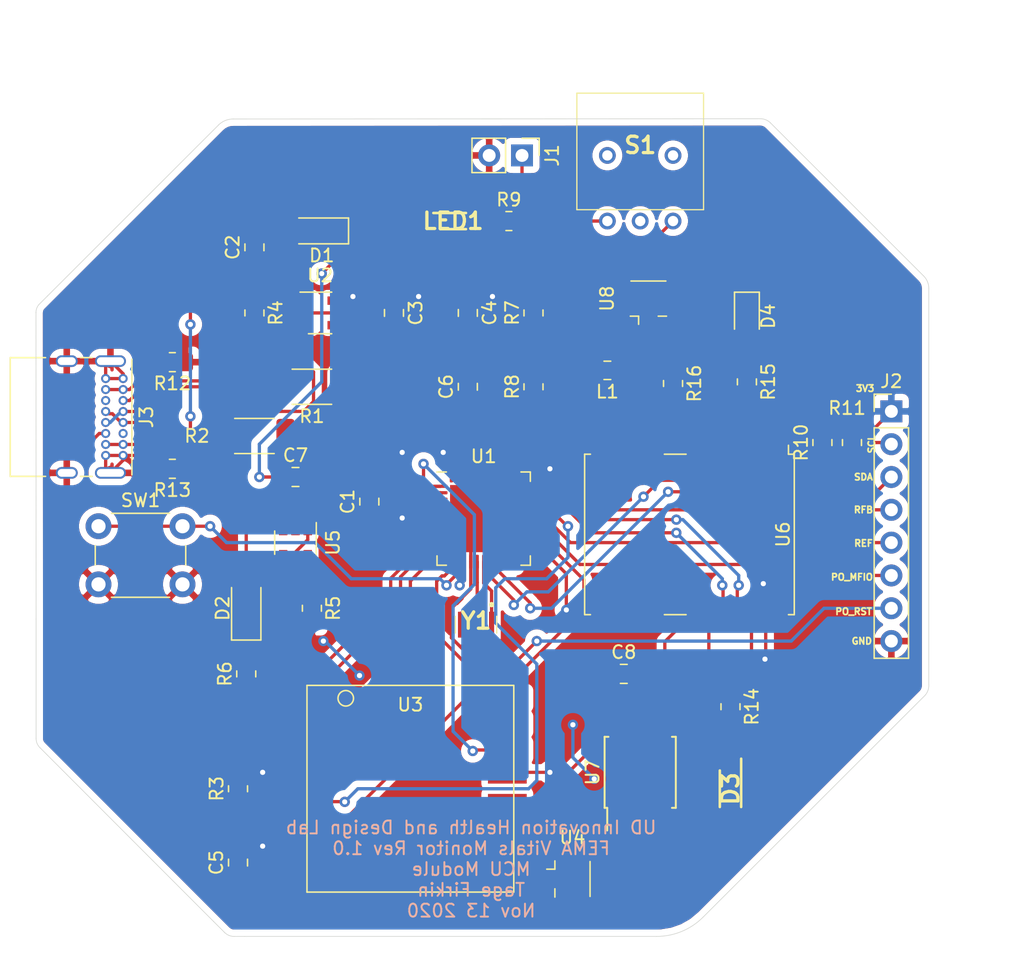
<source format=kicad_pcb>
(kicad_pcb (version 20171130) (host pcbnew "(5.1.9)-1")
  (layers (0 F.Cu signal) (31 B.Cu signal) (34 B.Paste user) (35 F.Paste user) (36 B.SilkS user) (37 F.SilkS user) (38 B.Mask user) (39 F.Mask user) (44 Edge.Cuts user))
  (net 0 "")
  (net 1 GND)
  (net 2 +3V3)
  (net 3 VBUS)
  (net 4 /AREF)
  (net 5 +BATT)
  (net 6 "Net-(D2-Pad1)")
  (net 7 "Net-(J1-Pad1)")
  (net 8 /PO_RST)
  (net 9 /PO_MFIO)
  (net 10 /REF_RES_SET)
  (net 11 /RFB_RES_SET)
  (net 12 /SDA)
  (net 13 /SCL)
  (net 14 "Net-(L1-Pad2)")
  (net 15 "Net-(L1-Pad1)")
  (net 16 /LORA_NSS)
  (net 17 "Net-(R4-Pad2)")
  (net 18 "Net-(R5-Pad1)")
  (net 19 "Net-(S1-PadMH2)")
  (net 20 "Net-(S1-PadMH1)")
  (net 21 "Net-(S1-Pad2)")
  (net 22 /RST)
  (net 23 /A5)
  (net 24 /A4)
  (net 25 /A3)
  (net 26 /A2)
  (net 27 /A1)
  (net 28 /A0)
  (net 29 /13)
  (net 30 /GPS_RX)
  (net 31 /GPS_TX)
  (net 32 /LORA_RST)
  (net 33 "Net-(U1-Pad22)")
  (net 34 /1)
  (net 35 /0)
  (net 36 "Net-(U1-Pad17)")
  (net 37 "Net-(U1-Pad16)")
  (net 38 /MISO)
  (net 39 /MOSI)
  (net 40 /SCK)
  (net 41 "Net-(U1-Pad8)")
  (net 42 /DIO0)
  (net 43 "Net-(U2-Pad4)")
  (net 44 /DIO2)
  (net 45 /DIO1)
  (net 46 /DIO4)
  (net 47 /DIO3)
  (net 48 "Net-(U3-Pad9)")
  (net 49 /DIO5)
  (net 50 "Net-(D3-Pad1)")
  (net 51 "Net-(D4-Pad2)")
  (net 52 "Net-(LED1-Pad2)")
  (net 53 "Net-(J3-PadA7)")
  (net 54 /D-)
  (net 55 "Net-(J3-PadA6)")
  (net 56 /D+)
  (net 57 "Net-(J3-PadA5)")
  (net 58 "Net-(J3-PadB5)")
  (net 59 "Net-(R14-Pad1)")
  (net 60 "Net-(R15-Pad2)")
  (net 61 "Net-(R16-Pad2)")
  (net 62 "/NEO-M8 GPS/SCL")
  (net 63 "/NEO-M8 GPS/SDA")
  (net 64 "Net-(J3-PadB8)")
  (net 65 "Net-(J3-PadA8)")
  (net 66 "Net-(U6-Pad17)")
  (net 67 "Net-(U6-Pad16)")
  (net 68 "Net-(U6-Pad15)")
  (net 69 "Net-(U6-Pad14)")
  (net 70 "Net-(U6-Pad6)")
  (net 71 "Net-(U6-Pad5)")
  (net 72 "Net-(U6-Pad4)")
  (net 73 "Net-(U6-Pad2)")
  (net 74 "Net-(U6-Pad1)")
  (module SamacSys_Parts:AWSCR800CELBC10T3 (layer F.Cu) (at 144.78 102.87 180)
    (fp_text reference Y1 (at 0 0.3) (layer F.SilkS) (effects (font (size 1.27 1.27) (thickness 0.254))))
    (fp_text value 8MHz hide)
    (pad 3 smd rect (at 1.2 0 180) (size 0.4 2) (layers F.Cu F.Paste F.Mask) (net 37 "Net-(U1-Pad16)"))
    (pad 2 smd rect (at 0 0 180) (size 0.4 2) (layers F.Cu F.Paste F.Mask) (net 1 GND))
    (pad 1 smd rect (at -1.2 0 180) (size 0.4 2) (layers F.Cu F.Paste F.Mask) (net 36 "Net-(U1-Pad17)"))
  )
  (module SamacSys_Parts:AS13AH (layer F.Cu) (at 160.02 71.628 180)
    (fp_text reference S1 (at 2.54 5.875) (layer F.SilkS) (effects (font (size 1.27 1.27) (thickness 0.254))))
    (fp_text value AS11AH hide)
    (pad MH2 thru_hole circle (at 5.08 5.08 180) (size 1.3 1.3) (drill 0.8) (layers *.Cu *.Mask) (net 19 "Net-(S1-PadMH2)"))
    (pad MH1 thru_hole circle (at 0 5.08 180) (size 1.3 1.3) (drill 0.8) (layers *.Cu *.Mask) (net 20 "Net-(S1-PadMH1)"))
    (pad 3 thru_hole circle (at 5.08 0 180) (size 1.3 1.3) (drill 0.8) (layers *.Cu *.Mask) (net 7 "Net-(J1-Pad1)"))
    (pad 2 thru_hole circle (at 2.54 0 180) (size 1.3 1.3) (drill 0.8) (layers *.Cu *.Mask) (net 21 "Net-(S1-Pad2)"))
    (pad 1 thru_hole circle (at 0 0 180) (size 1.3 1.3) (drill 0.8) (layers *.Cu *.Mask) (net 5 +BATT))
  )
  (module SamacSys_Parts:LEDM2012X120N (layer F.Cu) (at 143.002 71.628)
    (fp_text reference LED1 (at 0 0) (layer F.SilkS) (effects (font (size 1.27 1.27) (thickness 0.254))))
    (fp_text value APTD2012LSURCK hide)
    (pad 2 smd rect (at 0.95 0 90) (size 1.15 1.3) (layers F.Cu F.Paste F.Mask) (net 52 "Net-(LED1-Pad2)"))
    (pad 1 smd rect (at -0.95 0 90) (size 1.15 1.3) (layers F.Cu F.Paste F.Mask) (net 1 GND))
  )
  (module SamacSys_Parts:SOD3716X120N (layer F.Cu) (at 164.465 115.57 270)
    (fp_text reference D3 (at 0 0 90) (layer F.SilkS) (effects (font (size 1.27 1.27) (thickness 0.254))))
    (fp_text value SM5817PL-TP hide)
    (pad 2 smd rect (at 1.75 0) (size 1.15 1.15) (layers F.Cu F.Paste F.Mask) (net 2 +3V3))
    (pad 1 smd rect (at -1.75 0) (size 1.15 1.15) (layers F.Cu F.Paste F.Mask) (net 50 "Net-(D3-Pad1)"))
  )
  (module RF_GPS:ublox_NEO (layer F.Cu) (at 161.29 95.885 270)
    (fp_text reference U6 (at 0 -7.239 90) (layer F.SilkS))
    (fp_text value NEO-M8)
    (pad 24 smd roundrect (at 6 -7 270) (size 1.8 0.8) (layers F.Cu F.Paste F.Mask) (net 1 GND))
    (pad 23 smd roundrect (at 6 -5.9 270) (size 1.8 0.8) (layers F.Cu F.Paste F.Mask) (net 2 +3V3))
    (pad 22 smd roundrect (at 6 -4.8 270) (size 1.8 0.8) (layers F.Cu F.Paste F.Mask) (net 59 "Net-(R14-Pad1)"))
    (pad 21 smd roundrect (at 6 -3.7 270) (size 1.8 0.8) (layers F.Cu F.Paste F.Mask) (net 30 /GPS_RX))
    (pad 20 smd roundrect (at 6 -2.6 270) (size 1.8 0.8) (layers F.Cu F.Paste F.Mask) (net 31 /GPS_TX))
    (pad 19 smd roundrect (at 6 -1.5 270) (size 1.8 0.8) (layers F.Cu F.Paste F.Mask) (net 62 "/NEO-M8 GPS/SCL"))
    (pad 18 smd roundrect (at 6 -0.4 270) (size 1.8 0.8) (layers F.Cu F.Paste F.Mask) (net 63 "/NEO-M8 GPS/SDA"))
    (pad 17 smd roundrect (at 6 2.6 270) (size 1.8 0.8) (layers F.Cu F.Paste F.Mask) (net 66 "Net-(U6-Pad17)"))
    (pad 16 smd roundrect (at 6 3.7 270) (size 1.8 0.8) (layers F.Cu F.Paste F.Mask) (net 67 "Net-(U6-Pad16)"))
    (pad 15 smd roundrect (at 6 4.8 270) (size 1.8 0.8) (layers F.Cu F.Paste F.Mask) (net 68 "Net-(U6-Pad15)"))
    (pad 14 smd roundrect (at 6 5.9 270) (size 1.8 0.8) (layers F.Cu F.Paste F.Mask) (net 69 "Net-(U6-Pad14)"))
    (pad 13 smd roundrect (at 6 7 270) (size 1.8 0.8) (layers F.Cu F.Paste F.Mask) (net 1 GND))
    (pad 12 smd roundrect (at -6 7 270) (size 1.8 0.8) (layers F.Cu F.Paste F.Mask) (net 1 GND))
    (pad 11 smd roundrect (at -6 5.9 270) (size 1.8 0.8) (layers F.Cu F.Paste F.Mask) (net 14 "Net-(L1-Pad2)"))
    (pad 10 smd roundrect (at -6 4.8 270) (size 1.8 0.8) (layers F.Cu F.Paste F.Mask) (net 1 GND))
    (pad 9 smd roundrect (at -6 3.7 270) (size 1.8 0.8) (layers F.Cu F.Paste F.Mask) (net 61 "Net-(R16-Pad2)"))
    (pad 8 smd roundrect (at -6 2.6 270) (size 1.8 0.8) (layers F.Cu F.Paste F.Mask) (net 61 "Net-(R16-Pad2)"))
    (pad 7 smd roundrect (at -6 -0.4 270) (size 1.8 0.8) (layers F.Cu F.Paste F.Mask) (net 1 GND))
    (pad 6 smd roundrect (at -6 -1.5 270) (size 1.8 0.8) (layers F.Cu F.Paste F.Mask) (net 70 "Net-(U6-Pad6)"))
    (pad 5 smd roundrect (at -6 -2.6 270) (size 1.8 0.8) (layers F.Cu F.Paste F.Mask) (net 71 "Net-(U6-Pad5)"))
    (pad 4 smd roundrect (at -6 -3.7 270) (size 1.8 0.8) (layers F.Cu F.Paste F.Mask) (net 72 "Net-(U6-Pad4)"))
    (pad 3 smd roundrect (at -6 -4.8 270) (size 1.8 0.8) (layers F.Cu F.Paste F.Mask) (net 60 "Net-(R15-Pad2)"))
    (pad 2 smd roundrect (at -6 -5.9 270) (size 1.8 0.8) (layers F.Cu F.Paste F.Mask) (net 73 "Net-(U6-Pad2)"))
    (pad 1 smd roundrect (at -6 -7 270) (size 1.8 0.8) (layers F.Cu F.Paste F.Mask) (net 74 "Net-(U6-Pad1)"))
  )
  (module Resistor_SMD:R_0805_2012Metric_Pad1.20x1.40mm_HandSolder (layer F.Cu) (at 164.465 109.22 270)
    (fp_text reference R14 (at 0 -1.65 90) (layer F.SilkS))
    (fp_text value 1K)
    (pad 2 smd roundrect (at 1 0 270) (size 1.2 1.4) (layers F.Cu F.Paste F.Mask) (roundrect_rratio 0.208333) (net 50 "Net-(D3-Pad1)"))
    (pad 1 smd roundrect (at -1 0 270) (size 1.2 1.4) (layers F.Cu F.Paste F.Mask) (roundrect_rratio 0.208333) (net 59 "Net-(R14-Pad1)"))
  )
  (module Resistor_SMD:R_0805_2012Metric_Pad1.20x1.40mm_HandSolder (layer F.Cu) (at 121.285 90.805 180)
    (fp_text reference R13 (at 0 -1.65) (layer F.SilkS))
    (fp_text value 5.1k)
    (pad 2 smd roundrect (at 1 0 180) (size 1.2 1.4) (layers F.Cu F.Paste F.Mask) (roundrect_rratio 0.208333) (net 58 "Net-(J3-PadB5)"))
    (pad 1 smd roundrect (at -1 0 180) (size 1.2 1.4) (layers F.Cu F.Paste F.Mask) (roundrect_rratio 0.208333) (net 1 GND))
  )
  (module Resistor_SMD:R_0805_2012Metric_Pad1.20x1.40mm_HandSolder (layer F.Cu) (at 121.285 82.55 180)
    (fp_text reference R12 (at 0 -1.65) (layer F.SilkS))
    (fp_text value 5.1k)
    (pad 2 smd roundrect (at 1 0 180) (size 1.2 1.4) (layers F.Cu F.Paste F.Mask) (roundrect_rratio 0.208333) (net 57 "Net-(J3-PadA5)"))
    (pad 1 smd roundrect (at -1 0 180) (size 1.2 1.4) (layers F.Cu F.Paste F.Mask) (roundrect_rratio 0.208333) (net 1 GND))
  )
  (module Connector_USB:USB_C_Receptacle_GCT_USB4085 (layer F.Cu) (at 117.475 83.82 270)
    (fp_text reference J3 (at 2.975 -1.8 90) (layer F.SilkS))
    (fp_text value USB_C_Receptacle_USB2.0)
    (pad S1 thru_hole oval (at 7.3 4.36 270) (size 0.9 1.7) (drill oval 0.6 1.4) (layers *.Cu *.Mask) (net 1 GND))
    (pad S1 thru_hole oval (at -1.35 4.36 270) (size 0.9 1.7) (drill oval 0.6 1.4) (layers *.Cu *.Mask) (net 1 GND))
    (pad S1 thru_hole oval (at 7.3 0.98 270) (size 0.9 2.4) (drill oval 0.6 2.1) (layers *.Cu *.Mask) (net 1 GND))
    (pad S1 thru_hole oval (at -1.35 0.98 270) (size 0.9 2.4) (drill oval 0.6 2.1) (layers *.Cu *.Mask) (net 1 GND))
    (pad B6 thru_hole circle (at 3.4 1.35 270) (size 0.7 0.7) (drill 0.4) (layers *.Cu *.Mask) (net 55 "Net-(J3-PadA6)"))
    (pad B1 thru_hole circle (at 5.95 1.35 270) (size 0.7 0.7) (drill 0.4) (layers *.Cu *.Mask) (net 1 GND))
    (pad B4 thru_hole circle (at 5.1 1.35 270) (size 0.7 0.7) (drill 0.4) (layers *.Cu *.Mask) (net 3 VBUS))
    (pad B5 thru_hole circle (at 4.25 1.35 270) (size 0.7 0.7) (drill 0.4) (layers *.Cu *.Mask) (net 58 "Net-(J3-PadB5)"))
    (pad B12 thru_hole circle (at 0 1.35 270) (size 0.7 0.7) (drill 0.4) (layers *.Cu *.Mask) (net 1 GND))
    (pad B8 thru_hole circle (at 1.7 1.35 270) (size 0.7 0.7) (drill 0.4) (layers *.Cu *.Mask) (net 64 "Net-(J3-PadB8)"))
    (pad B7 thru_hole circle (at 2.55 1.35 270) (size 0.7 0.7) (drill 0.4) (layers *.Cu *.Mask) (net 53 "Net-(J3-PadA7)"))
    (pad B9 thru_hole circle (at 0.85 1.35 270) (size 0.7 0.7) (drill 0.4) (layers *.Cu *.Mask) (net 3 VBUS))
    (pad A12 thru_hole circle (at 5.95 0 270) (size 0.7 0.7) (drill 0.4) (layers *.Cu *.Mask) (net 1 GND))
    (pad A9 thru_hole circle (at 5.1 0 270) (size 0.7 0.7) (drill 0.4) (layers *.Cu *.Mask) (net 3 VBUS))
    (pad A8 thru_hole circle (at 4.25 0 270) (size 0.7 0.7) (drill 0.4) (layers *.Cu *.Mask) (net 65 "Net-(J3-PadA8)"))
    (pad A7 thru_hole circle (at 3.4 0 270) (size 0.7 0.7) (drill 0.4) (layers *.Cu *.Mask) (net 53 "Net-(J3-PadA7)"))
    (pad A6 thru_hole circle (at 2.55 0 270) (size 0.7 0.7) (drill 0.4) (layers *.Cu *.Mask) (net 55 "Net-(J3-PadA6)"))
    (pad A5 thru_hole circle (at 1.7 0 270) (size 0.7 0.7) (drill 0.4) (layers *.Cu *.Mask) (net 57 "Net-(J3-PadA5)"))
    (pad A4 thru_hole circle (at 0.85 0 270) (size 0.7 0.7) (drill 0.4) (layers *.Cu *.Mask) (net 3 VBUS))
    (pad A1 thru_hole circle (at 0 0 270) (size 0.7 0.7) (drill 0.4) (layers *.Cu *.Mask) (net 1 GND))
  )
  (module Connector_Coaxial:U.FL_Hirose_U.FL-R-SMT-1_Vertical (layer F.Cu) (at 158.115 78.105 90)
    (fp_text reference U8 (at 0.475 -3.2 90) (layer F.SilkS))
    (fp_text value uFLConnector)
    (pad 2 smd rect (at 0.475 -1.475 90) (size 2.2 1.05) (layers F.Cu F.Paste F.Mask) (net 1 GND))
    (pad 1 smd rect (at -1.05 0 90) (size 1.05 1) (layers F.Cu F.Paste F.Mask) (net 14 "Net-(L1-Pad2)"))
    (pad 2 smd rect (at 0.475 1.475 90) (size 2.2 1.05) (layers F.Cu F.Paste F.Mask) (net 1 GND))
  )
  (module Resistor_SMD:R_0805_2012Metric_Pad1.20x1.40mm_HandSolder (layer F.Cu) (at 160.02 84.201 270)
    (fp_text reference R16 (at 0 -1.65 90) (layer F.SilkS))
    (fp_text value 22)
    (pad 2 smd roundrect (at 1 0 270) (size 1.2 1.4) (layers F.Cu F.Paste F.Mask) (roundrect_rratio 0.208333) (net 61 "Net-(R16-Pad2)"))
    (pad 1 smd roundrect (at -1 0 270) (size 1.2 1.4) (layers F.Cu F.Paste F.Mask) (roundrect_rratio 0.208333) (net 15 "Net-(L1-Pad1)"))
  )
  (module Resistor_SMD:R_0805_2012Metric_Pad1.20x1.40mm_HandSolder (layer F.Cu) (at 165.735 84.074 270)
    (fp_text reference R15 (at 0 -1.65 90) (layer F.SilkS))
    (fp_text value 1K)
    (pad 2 smd roundrect (at 1 0 270) (size 1.2 1.4) (layers F.Cu F.Paste F.Mask) (roundrect_rratio 0.208333) (net 60 "Net-(R15-Pad2)"))
    (pad 1 smd roundrect (at -1 0 270) (size 1.2 1.4) (layers F.Cu F.Paste F.Mask) (roundrect_rratio 0.208333) (net 51 "Net-(D4-Pad2)"))
  )
  (module Resistor_SMD:R_0805_2012Metric_Pad1.20x1.40mm_HandSolder (layer F.Cu) (at 173.863 88.773 90)
    (fp_text reference R11 (at 2.667 -0.381 180) (layer F.SilkS))
    (fp_text value 4.7k)
    (pad 2 smd roundrect (at 1 0 90) (size 1.2 1.4) (layers F.Cu F.Paste F.Mask) (roundrect_rratio 0.208333) (net 2 +3V3))
    (pad 1 smd roundrect (at -1 0 90) (size 1.2 1.4) (layers F.Cu F.Paste F.Mask) (roundrect_rratio 0.208333) (net 12 /SDA))
  )
  (module Resistor_SMD:R_0805_2012Metric_Pad1.20x1.40mm_HandSolder (layer F.Cu) (at 171.577 88.773 90)
    (fp_text reference R10 (at 0 -1.65 90) (layer F.SilkS))
    (fp_text value 4.7k)
    (pad 2 smd roundrect (at 1 0 90) (size 1.2 1.4) (layers F.Cu F.Paste F.Mask) (roundrect_rratio 0.208333) (net 2 +3V3))
    (pad 1 smd roundrect (at -1 0 90) (size 1.2 1.4) (layers F.Cu F.Paste F.Mask) (roundrect_rratio 0.208333) (net 13 /SCL))
  )
  (module Resistor_SMD:R_0805_2012Metric_Pad1.20x1.40mm_HandSolder (layer F.Cu) (at 147.32 71.628)
    (fp_text reference R9 (at 0 -1.65) (layer F.SilkS))
    (fp_text value 1.47k)
    (pad 2 smd roundrect (at 1 0) (size 1.2 1.4) (layers F.Cu F.Paste F.Mask) (roundrect_rratio 0.208333) (net 7 "Net-(J1-Pad1)"))
    (pad 1 smd roundrect (at -1 0) (size 1.2 1.4) (layers F.Cu F.Paste F.Mask) (roundrect_rratio 0.208333) (net 52 "Net-(LED1-Pad2)"))
  )
  (module Inductor_SMD:L_0805_2012Metric_Pad1.15x1.40mm_HandSolder (layer F.Cu) (at 154.94 83.185 180)
    (fp_text reference L1 (at 0 -1.65) (layer F.SilkS))
    (fp_text value 22uH)
    (pad 2 smd roundrect (at 1.025 0 180) (size 1.15 1.4) (layers F.Cu F.Paste F.Mask) (roundrect_rratio 0.217391) (net 14 "Net-(L1-Pad2)"))
    (pad 1 smd roundrect (at -1.025 0 180) (size 1.15 1.4) (layers F.Cu F.Paste F.Mask) (roundrect_rratio 0.217391) (net 15 "Net-(L1-Pad1)"))
  )
  (module LED_SMD:LED_0805_2012Metric_Pad1.15x1.40mm_HandSolder (layer F.Cu) (at 165.735 78.994 270)
    (fp_text reference D4 (at 0 -1.65 90) (layer F.SilkS))
    (fp_text value FIX)
    (pad 2 smd roundrect (at 1.025 0 270) (size 1.15 1.4) (layers F.Cu F.Paste F.Mask) (roundrect_rratio 0.217391) (net 51 "Net-(D4-Pad2)"))
    (pad 1 smd roundrect (at -1.025 0 270) (size 1.15 1.4) (layers F.Cu F.Paste F.Mask) (roundrect_rratio 0.217391) (net 1 GND))
  )
  (module Capacitor_SMD:C_0805_2012Metric_Pad1.18x1.45mm_HandSolder (layer F.Cu) (at 156.21 106.68)
    (fp_text reference C8 (at 0 -1.68) (layer F.SilkS))
    (fp_text value 0.1uF)
    (pad 2 smd roundrect (at 1.0375 0) (size 1.175 1.45) (layers F.Cu F.Paste F.Mask) (roundrect_rratio 0.212766) (net 1 GND))
    (pad 1 smd roundrect (at -1.0375 0) (size 1.175 1.45) (layers F.Cu F.Paste F.Mask) (roundrect_rratio 0.212766) (net 2 +3V3))
  )
  (module Package_SO:SOIJ-8_5.3x5.3mm_P1.27mm (layer F.Cu) (at 157.48 114.3 90)
    (fp_text reference U7 (at 0 -3.68 90) (layer F.SilkS))
    (fp_text value 24AA32A)
    (pad 8 smd rect (at 3.65 -1.905 90) (size 1.7 0.65) (layers F.Cu F.Paste F.Mask) (net 2 +3V3))
    (pad 7 smd rect (at 3.65 -0.635 90) (size 1.7 0.65) (layers F.Cu F.Paste F.Mask) (net 1 GND))
    (pad 6 smd rect (at 3.65 0.635 90) (size 1.7 0.65) (layers F.Cu F.Paste F.Mask) (net 62 "/NEO-M8 GPS/SCL"))
    (pad 5 smd rect (at 3.65 1.905 90) (size 1.7 0.65) (layers F.Cu F.Paste F.Mask) (net 63 "/NEO-M8 GPS/SDA"))
    (pad 4 smd rect (at -3.65 1.905 90) (size 1.7 0.65) (layers F.Cu F.Paste F.Mask) (net 1 GND))
    (pad 3 smd rect (at -3.65 0.635 90) (size 1.7 0.65) (layers F.Cu F.Paste F.Mask) (net 1 GND))
    (pad 2 smd rect (at -3.65 -0.635 90) (size 1.7 0.65) (layers F.Cu F.Paste F.Mask) (net 1 GND))
    (pad 1 smd rect (at -3.65 -1.905 90) (size 1.7 0.65) (layers F.Cu F.Paste F.Mask) (net 1 GND))
  )
  (module Package_TO_SOT_SMD:SOT-23-5 (layer F.Cu) (at 130.81 96.52 270)
    (fp_text reference U5 (at 0 -2.9 90) (layer F.SilkS))
    (fp_text value MCP73831-2-OT hide)
    (pad 5 smd rect (at 1.1 -0.95 270) (size 1.06 0.65) (layers F.Cu F.Paste F.Mask) (net 18 "Net-(R5-Pad1)"))
    (pad 4 smd rect (at 1.1 0.95 270) (size 1.06 0.65) (layers F.Cu F.Paste F.Mask) (net 3 VBUS))
    (pad 3 smd rect (at -1.1 0.95 270) (size 1.06 0.65) (layers F.Cu F.Paste F.Mask) (net 5 +BATT))
    (pad 2 smd rect (at -1.1 0 270) (size 1.06 0.65) (layers F.Cu F.Paste F.Mask) (net 1 GND))
    (pad 1 smd rect (at -1.1 -0.95 270) (size 1.06 0.65) (layers F.Cu F.Paste F.Mask) (net 3 VBUS))
  )
  (module Connector_Coaxial:U.FL_Hirose_U.FL-R-SMT-1_Vertical (layer F.Cu) (at 151.765 122.555)
    (fp_text reference U4 (at 0.475 -3.2) (layer F.SilkS))
    (fp_text value uFL)
    (pad 2 smd rect (at 0.475 -1.475) (size 2.2 1.05) (layers F.Cu F.Paste F.Mask) (net 1 GND))
    (pad 1 smd rect (at -1.05 0) (size 1.05 1) (layers F.Cu F.Paste F.Mask) (net 48 "Net-(U3-Pad9)"))
    (pad 2 smd rect (at 0.475 1.475) (size 2.2 1.05) (layers F.Cu F.Paste F.Mask) (net 1 GND))
  )
  (module ASAE_LIB_FOOT:RFM69HCW (layer F.Cu) (at 139.7 115.57)
    (fp_text reference U3 (at 0 -6.5) (layer F.SilkS))
    (fp_text value RFM69HCW)
    (pad 16 smd rect (at 7.5 -7) (size 3 1.2) (layers F.Cu F.Paste F.Mask) (net 44 /DIO2))
    (pad 15 smd rect (at 7.5 -5) (size 3 1.2) (layers F.Cu F.Paste F.Mask) (net 45 /DIO1))
    (pad 14 smd rect (at 7.5 -3) (size 3 1.2) (layers F.Cu F.Paste F.Mask) (net 42 /DIO0))
    (pad 13 smd rect (at 7.5 -1) (size 3 1.2) (layers F.Cu F.Paste F.Mask) (net 2 +3V3))
    (pad 12 smd rect (at 7.5 1) (size 3 1.2) (layers F.Cu F.Paste F.Mask) (net 46 /DIO4))
    (pad 11 smd rect (at 7.5 3) (size 3 1.2) (layers F.Cu F.Paste F.Mask) (net 47 /DIO3))
    (pad 10 smd rect (at 7.5 5) (size 3 1.2) (layers F.Cu F.Paste F.Mask) (net 1 GND))
    (pad 9 smd rect (at 7.5 7) (size 3 1.2) (layers F.Cu F.Paste F.Mask) (net 48 "Net-(U3-Pad9)"))
    (pad 8 smd rect (at -7.5 7) (size 3 1.2) (layers F.Cu F.Paste F.Mask) (net 1 GND))
    (pad 7 smd rect (at -7.5 5) (size 3 1.2) (layers F.Cu F.Paste F.Mask) (net 49 /DIO5))
    (pad 6 smd rect (at -7.5 3) (size 3 1.2) (layers F.Cu F.Paste F.Mask) (net 32 /LORA_RST))
    (pad 5 smd rect (at -7.5 1) (size 3 1.2) (layers F.Cu F.Paste F.Mask) (net 16 /LORA_NSS))
    (pad 4 smd rect (at -7.5 -1) (size 3 1.2) (layers F.Cu F.Paste F.Mask) (net 40 /SCK))
    (pad 3 smd rect (at -7.5 -3) (size 3 1.2) (layers F.Cu F.Paste F.Mask) (net 39 /MOSI))
    (pad 2 smd rect (at -7.5 -5) (size 3 1.2) (layers F.Cu F.Paste F.Mask) (net 38 /MISO))
    (pad 1 smd rect (at -7.5 -7) (size 3 1.2) (layers F.Cu F.Paste F.Mask) (net 1 GND))
  )
  (module Package_TO_SOT_SMD:SOT-23-5 (layer F.Cu) (at 132.715 78.74)
    (fp_text reference U2 (at 0 -2.9) (layer F.SilkS))
    (fp_text value AP2112K-3.3)
    (pad 5 smd rect (at 1.1 -0.95) (size 1.06 0.65) (layers F.Cu F.Paste F.Mask) (net 2 +3V3))
    (pad 4 smd rect (at 1.1 0.95) (size 1.06 0.65) (layers F.Cu F.Paste F.Mask) (net 43 "Net-(U2-Pad4)"))
    (pad 3 smd rect (at -1.1 0.95) (size 1.06 0.65) (layers F.Cu F.Paste F.Mask) (net 17 "Net-(R4-Pad2)"))
    (pad 2 smd rect (at -1.1 0) (size 1.06 0.65) (layers F.Cu F.Paste F.Mask) (net 1 GND))
    (pad 1 smd rect (at -1.1 -0.95) (size 1.06 0.65) (layers F.Cu F.Paste F.Mask) (net 3 VBUS))
  )
  (module Package_DFN_QFN:QFN-44-1EP_7x7mm_P0.5mm_EP5.2x5.2mm (layer F.Cu) (at 145.37 94.66)
    (fp_text reference U1 (at 0 -4.82) (layer F.SilkS))
    (fp_text value ATmega32U4-MU)
    (pad 45 smd rect (at 0 0) (size 5.2 5.2) (layers F.Cu F.Mask) (net 1 GND))
    (pad 44 smd roundrect (at -2.5 -3.3375) (size 0.25 1.075) (layers F.Cu F.Paste F.Mask) (net 2 +3V3))
    (pad 43 smd roundrect (at -2 -3.3375) (size 0.25 1.075) (layers F.Cu F.Paste F.Mask) (net 1 GND))
    (pad 42 smd roundrect (at -1.5 -3.3375) (size 0.25 1.075) (layers F.Cu F.Paste F.Mask) (net 4 /AREF))
    (pad 41 smd roundrect (at -1 -3.3375) (size 0.25 1.075) (layers F.Cu F.Paste F.Mask) (net 23 /A5))
    (pad 40 smd roundrect (at -0.5 -3.3375) (size 0.25 1.075) (layers F.Cu F.Paste F.Mask) (net 24 /A4))
    (pad 39 smd roundrect (at 0 -3.3375) (size 0.25 1.075) (layers F.Cu F.Paste F.Mask) (net 25 /A3))
    (pad 38 smd roundrect (at 0.5 -3.3375) (size 0.25 1.075) (layers F.Cu F.Paste F.Mask) (net 26 /A2))
    (pad 37 smd roundrect (at 1 -3.3375) (size 0.25 1.075) (layers F.Cu F.Paste F.Mask) (net 27 /A1))
    (pad 36 smd roundrect (at 1.5 -3.3375) (size 0.25 1.075) (layers F.Cu F.Paste F.Mask) (net 28 /A0))
    (pad 35 smd roundrect (at 2 -3.3375) (size 0.25 1.075) (layers F.Cu F.Paste F.Mask) (net 1 GND))
    (pad 34 smd roundrect (at 2.5 -3.3375) (size 0.25 1.075) (layers F.Cu F.Paste F.Mask) (net 2 +3V3))
    (pad 33 smd roundrect (at 3.3375 -2.5) (size 1.075 0.25) (layers F.Cu F.Paste F.Mask) (net 2 +3V3))
    (pad 32 smd roundrect (at 3.3375 -2) (size 1.075 0.25) (layers F.Cu F.Paste F.Mask) (net 29 /13))
    (pad 31 smd roundrect (at 3.3375 -1.5) (size 1.075 0.25) (layers F.Cu F.Paste F.Mask) (net 11 /RFB_RES_SET))
    (pad 30 smd roundrect (at 3.3375 -1) (size 1.075 0.25) (layers F.Cu F.Paste F.Mask) (net 30 /GPS_RX))
    (pad 29 smd roundrect (at 3.3375 -0.5) (size 1.075 0.25) (layers F.Cu F.Paste F.Mask) (net 31 /GPS_TX))
    (pad 28 smd roundrect (at 3.3375 0) (size 1.075 0.25) (layers F.Cu F.Paste F.Mask) (net 16 /LORA_NSS))
    (pad 27 smd roundrect (at 3.3375 0.5) (size 1.075 0.25) (layers F.Cu F.Paste F.Mask) (net 10 /REF_RES_SET))
    (pad 26 smd roundrect (at 3.3375 1) (size 1.075 0.25) (layers F.Cu F.Paste F.Mask) (net 9 /PO_MFIO))
    (pad 25 smd roundrect (at 3.3375 1.5) (size 1.075 0.25) (layers F.Cu F.Paste F.Mask) (net 32 /LORA_RST))
    (pad 24 smd roundrect (at 3.3375 2) (size 1.075 0.25) (layers F.Cu F.Paste F.Mask) (net 2 +3V3))
    (pad 23 smd roundrect (at 3.3375 2.5) (size 1.075 0.25) (layers F.Cu F.Paste F.Mask) (net 1 GND))
    (pad 22 smd roundrect (at 2.5 3.3375) (size 0.25 1.075) (layers F.Cu F.Paste F.Mask) (net 33 "Net-(U1-Pad22)"))
    (pad 21 smd roundrect (at 2 3.3375) (size 0.25 1.075) (layers F.Cu F.Paste F.Mask) (net 34 /1))
    (pad 20 smd roundrect (at 1.5 3.3375) (size 0.25 1.075) (layers F.Cu F.Paste F.Mask) (net 35 /0))
    (pad 19 smd roundrect (at 1 3.3375) (size 0.25 1.075) (layers F.Cu F.Paste F.Mask) (net 12 /SDA))
    (pad 18 smd roundrect (at 0.5 3.3375) (size 0.25 1.075) (layers F.Cu F.Paste F.Mask) (net 13 /SCL))
    (pad 17 smd roundrect (at 0 3.3375) (size 0.25 1.075) (layers F.Cu F.Paste F.Mask) (net 36 "Net-(U1-Pad17)"))
    (pad 16 smd roundrect (at -0.5 3.3375) (size 0.25 1.075) (layers F.Cu F.Paste F.Mask) (net 37 "Net-(U1-Pad16)"))
    (pad 15 smd roundrect (at -1 3.3375) (size 0.25 1.075) (layers F.Cu F.Paste F.Mask) (net 1 GND))
    (pad 14 smd roundrect (at -1.5 3.3375) (size 0.25 1.075) (layers F.Cu F.Paste F.Mask) (net 2 +3V3))
    (pad 13 smd roundrect (at -2 3.3375) (size 0.25 1.075) (layers F.Cu F.Paste F.Mask) (net 22 /RST))
    (pad 12 smd roundrect (at -2.5 3.3375) (size 0.25 1.075) (layers F.Cu F.Paste F.Mask) (net 8 /PO_RST))
    (pad 11 smd roundrect (at -3.3375 2.5) (size 1.075 0.25) (layers F.Cu F.Paste F.Mask) (net 38 /MISO))
    (pad 10 smd roundrect (at -3.3375 2) (size 1.075 0.25) (layers F.Cu F.Paste F.Mask) (net 39 /MOSI))
    (pad 9 smd roundrect (at -3.3375 1.5) (size 1.075 0.25) (layers F.Cu F.Paste F.Mask) (net 40 /SCK))
    (pad 8 smd roundrect (at -3.3375 1) (size 1.075 0.25) (layers F.Cu F.Paste F.Mask) (net 41 "Net-(U1-Pad8)"))
    (pad 7 smd roundrect (at -3.3375 0.5) (size 1.075 0.25) (layers F.Cu F.Paste F.Mask) (net 3 VBUS))
    (pad 6 smd roundrect (at -3.3375 0) (size 1.075 0.25) (layers F.Cu F.Paste F.Mask) (net 2 +3V3))
    (pad 5 smd roundrect (at -3.3375 -0.5) (size 1.075 0.25) (layers F.Cu F.Paste F.Mask) (net 1 GND))
    (pad 4 smd roundrect (at -3.3375 -1) (size 1.075 0.25) (layers F.Cu F.Paste F.Mask) (net 56 /D+))
    (pad 3 smd roundrect (at -3.3375 -1.5) (size 1.075 0.25) (layers F.Cu F.Paste F.Mask) (net 54 /D-))
    (pad 2 smd roundrect (at -3.3375 -2) (size 1.075 0.25) (layers F.Cu F.Paste F.Mask) (net 2 +3V3))
    (pad 1 smd roundrect (at -3.3375 -2.5) (size 1.075 0.25) (layers F.Cu F.Paste F.Mask) (net 42 /DIO0))
  )
  (module Button_Switch_THT:SW_PUSH_6mm_H7.3mm (layer F.Cu) (at 115.57 95.25)
    (fp_text reference SW1 (at 3.25 -2) (layer F.SilkS))
    (fp_text value SW_DIP_x01)
    (pad 1 thru_hole circle (at 6.5 0 90) (size 2 2) (drill 1.1) (layers *.Cu *.Mask) (net 22 /RST))
    (pad 2 thru_hole circle (at 6.5 4.5 90) (size 2 2) (drill 1.1) (layers *.Cu *.Mask) (net 1 GND))
    (pad 1 thru_hole circle (at 0 0 90) (size 2 2) (drill 1.1) (layers *.Cu *.Mask) (net 22 /RST))
    (pad 2 thru_hole circle (at 0 4.5 90) (size 2 2) (drill 1.1) (layers *.Cu *.Mask) (net 1 GND))
  )
  (module Resistor_SMD:R_0805_2012Metric_Pad1.20x1.40mm_HandSolder (layer F.Cu) (at 149.225 84.455 90)
    (fp_text reference R8 (at 0 -1.65 90) (layer F.SilkS))
    (fp_text value 100K)
    (pad 2 smd roundrect (at 1 0 90) (size 1.2 1.4) (layers F.Cu F.Paste F.Mask) (roundrect_rratio 0.208333) (net 28 /A0))
    (pad 1 smd roundrect (at -1 0 90) (size 1.2 1.4) (layers F.Cu F.Paste F.Mask) (roundrect_rratio 0.208333) (net 1 GND))
  )
  (module Resistor_SMD:R_0805_2012Metric_Pad1.20x1.40mm_HandSolder (layer F.Cu) (at 149.225 78.74 90)
    (fp_text reference R7 (at 0 -1.65 90) (layer F.SilkS))
    (fp_text value 100K)
    (pad 2 smd roundrect (at 1 0 90) (size 1.2 1.4) (layers F.Cu F.Paste F.Mask) (roundrect_rratio 0.208333) (net 5 +BATT))
    (pad 1 smd roundrect (at -1 0 90) (size 1.2 1.4) (layers F.Cu F.Paste F.Mask) (roundrect_rratio 0.208333) (net 28 /A0))
  )
  (module Resistor_SMD:R_0805_2012Metric_Pad1.20x1.40mm_HandSolder (layer F.Cu) (at 127 106.68 90)
    (fp_text reference R6 (at 0 -1.65 90) (layer F.SilkS))
    (fp_text value 1K)
    (pad 2 smd roundrect (at 1 0 90) (size 1.2 1.4) (layers F.Cu F.Paste F.Mask) (roundrect_rratio 0.208333) (net 6 "Net-(D2-Pad1)"))
    (pad 1 smd roundrect (at -1 0 90) (size 1.2 1.4) (layers F.Cu F.Paste F.Mask) (roundrect_rratio 0.208333) (net 1 GND))
  )
  (module Resistor_SMD:R_0805_2012Metric_Pad1.20x1.40mm_HandSolder (layer F.Cu) (at 132.08 101.6 270)
    (fp_text reference R5 (at 0 -1.65 90) (layer F.SilkS))
    (fp_text value 10K)
    (pad 2 smd roundrect (at 1 0 270) (size 1.2 1.4) (layers F.Cu F.Paste F.Mask) (roundrect_rratio 0.208333) (net 1 GND))
    (pad 1 smd roundrect (at -1 0 270) (size 1.2 1.4) (layers F.Cu F.Paste F.Mask) (roundrect_rratio 0.208333) (net 18 "Net-(R5-Pad1)"))
  )
  (module Resistor_SMD:R_0805_2012Metric_Pad1.20x1.40mm_HandSolder (layer F.Cu) (at 127.635 78.74 270)
    (fp_text reference R4 (at 0 -1.65 90) (layer F.SilkS))
    (fp_text value 100K)
    (pad 2 smd roundrect (at 1 0 270) (size 1.2 1.4) (layers F.Cu F.Paste F.Mask) (roundrect_rratio 0.208333) (net 17 "Net-(R4-Pad2)"))
    (pad 1 smd roundrect (at -1 0 270) (size 1.2 1.4) (layers F.Cu F.Paste F.Mask) (roundrect_rratio 0.208333) (net 3 VBUS))
  )
  (module Resistor_SMD:R_0805_2012Metric_Pad1.20x1.40mm_HandSolder (layer F.Cu) (at 126.365 115.57 90)
    (fp_text reference R3 (at 0 -1.65 90) (layer F.SilkS))
    (fp_text value 100K)
    (pad 2 smd roundrect (at 1 0 90) (size 1.2 1.4) (layers F.Cu F.Paste F.Mask) (roundrect_rratio 0.208333) (net 2 +3V3))
    (pad 1 smd roundrect (at -1 0 90) (size 1.2 1.4) (layers F.Cu F.Paste F.Mask) (roundrect_rratio 0.208333) (net 16 /LORA_NSS))
  )
  (module Resistor_SMD:R_2010_5025Metric_Pad1.40x2.65mm_HandSolder (layer F.Cu) (at 127.635 88.265 180)
    (fp_text reference R2 (at 4.445 0) (layer F.SilkS))
    (fp_text value 22)
    (pad 2 smd roundrect (at 2.4 0 180) (size 1.4 2.65) (layers F.Cu F.Paste F.Mask) (roundrect_rratio 0.178571) (net 55 "Net-(J3-PadA6)"))
    (pad 1 smd roundrect (at -2.4 0 180) (size 1.4 2.65) (layers F.Cu F.Paste F.Mask) (roundrect_rratio 0.178571) (net 56 /D+))
  )
  (module Resistor_SMD:R_2010_5025Metric_Pad1.40x2.65mm_HandSolder (layer F.Cu) (at 132.08 84.455 180)
    (fp_text reference R1 (at 0 -2.28) (layer F.SilkS))
    (fp_text value 22)
    (pad 2 smd roundrect (at 2.4 0 180) (size 1.4 2.65) (layers F.Cu F.Paste F.Mask) (roundrect_rratio 0.178571) (net 53 "Net-(J3-PadA7)"))
    (pad 1 smd roundrect (at -2.4 0 180) (size 1.4 2.65) (layers F.Cu F.Paste F.Mask) (roundrect_rratio 0.178571) (net 54 /D-))
  )
  (module Connector_PinHeader_2.54mm:PinHeader_1x08_P2.54mm_Vertical (layer F.Cu) (at 176.911 86.36)
    (fp_text reference J2 (at 0 -2.33) (layer F.SilkS))
    (fp_text value Conn_01x08)
    (pad 8 thru_hole oval (at 0 17.78) (size 1.7 1.7) (drill 1) (layers *.Cu *.Mask) (net 1 GND))
    (pad 7 thru_hole oval (at 0 15.24) (size 1.7 1.7) (drill 1) (layers *.Cu *.Mask) (net 8 /PO_RST))
    (pad 6 thru_hole oval (at 0 12.7) (size 1.7 1.7) (drill 1) (layers *.Cu *.Mask) (net 9 /PO_MFIO))
    (pad 5 thru_hole oval (at 0 10.16) (size 1.7 1.7) (drill 1) (layers *.Cu *.Mask) (net 10 /REF_RES_SET))
    (pad 4 thru_hole oval (at 0 7.62) (size 1.7 1.7) (drill 1) (layers *.Cu *.Mask) (net 11 /RFB_RES_SET))
    (pad 3 thru_hole oval (at 0 5.08) (size 1.7 1.7) (drill 1) (layers *.Cu *.Mask) (net 12 /SDA))
    (pad 2 thru_hole oval (at 0 2.54) (size 1.7 1.7) (drill 1) (layers *.Cu *.Mask) (net 13 /SCL))
    (pad 1 thru_hole rect (at 0 0) (size 1.7 1.7) (drill 1) (layers *.Cu *.Mask) (net 2 +3V3))
  )
  (module Connector_PinHeader_2.54mm:PinHeader_1x02_P2.54mm_Vertical (layer F.Cu) (at 148.336 66.548 270)
    (fp_text reference J1 (at 0 -2.33 90) (layer F.SilkS))
    (fp_text value Battery)
    (pad 2 thru_hole oval (at 0 2.54 270) (size 1.7 1.7) (drill 1) (layers *.Cu *.Mask) (net 1 GND))
    (pad 1 thru_hole rect (at 0 0 270) (size 1.7 1.7) (drill 1) (layers *.Cu *.Mask) (net 7 "Net-(J1-Pad1)"))
  )
  (module LED_SMD:LED_1206_3216Metric_Pad1.42x1.75mm_HandSolder (layer F.Cu) (at 127 101.6 90)
    (fp_text reference D2 (at 0 -1.82 90) (layer F.SilkS))
    (fp_text value LED)
    (pad 2 smd roundrect (at 1.4875 0 90) (size 1.425 1.75) (layers F.Cu F.Paste F.Mask) (roundrect_rratio 0.175439) (net 3 VBUS))
    (pad 1 smd roundrect (at -1.4875 0 90) (size 1.425 1.75) (layers F.Cu F.Paste F.Mask) (roundrect_rratio 0.175439) (net 6 "Net-(D2-Pad1)"))
  )
  (module Diode_SMD:D_SOD-123F (layer F.Cu) (at 132.715 72.39 180)
    (fp_text reference D1 (at -0.127 -1.905) (layer F.SilkS))
    (fp_text value MBR120)
    (pad 2 smd rect (at 1.4 0 180) (size 1.1 1.1) (layers F.Cu F.Paste F.Mask) (net 3 VBUS))
    (pad 1 smd rect (at -1.4 0 180) (size 1.1 1.1) (layers F.Cu F.Paste F.Mask) (net 5 +BATT))
  )
  (module Capacitor_SMD:C_0805_2012Metric_Pad1.18x1.45mm_HandSolder (layer F.Cu) (at 130.81 91.44)
    (fp_text reference C7 (at 0 -1.68) (layer F.SilkS))
    (fp_text value 10uF)
    (pad 2 smd roundrect (at 1.0375 0) (size 1.175 1.45) (layers F.Cu F.Paste F.Mask) (roundrect_rratio 0.212766) (net 1 GND))
    (pad 1 smd roundrect (at -1.0375 0) (size 1.175 1.45) (layers F.Cu F.Paste F.Mask) (roundrect_rratio 0.212766) (net 5 +BATT))
  )
  (module Capacitor_SMD:C_0805_2012Metric_Pad1.18x1.45mm_HandSolder (layer F.Cu) (at 144.145 84.455 90)
    (fp_text reference C6 (at 0 -1.68 90) (layer F.SilkS))
    (fp_text value 1uF)
    (pad 2 smd roundrect (at 1.0375 0 90) (size 1.175 1.45) (layers F.Cu F.Paste F.Mask) (roundrect_rratio 0.212766) (net 1 GND))
    (pad 1 smd roundrect (at -1.0375 0 90) (size 1.175 1.45) (layers F.Cu F.Paste F.Mask) (roundrect_rratio 0.212766) (net 4 /AREF))
  )
  (module Capacitor_SMD:C_0805_2012Metric_Pad1.18x1.45mm_HandSolder (layer F.Cu) (at 126.365 121.285 90)
    (fp_text reference C5 (at 0 -1.68 90) (layer F.SilkS))
    (fp_text value 10uF)
    (pad 2 smd roundrect (at 1.0375 0 90) (size 1.175 1.45) (layers F.Cu F.Paste F.Mask) (roundrect_rratio 0.212766) (net 2 +3V3))
    (pad 1 smd roundrect (at -1.0375 0 90) (size 1.175 1.45) (layers F.Cu F.Paste F.Mask) (roundrect_rratio 0.212766) (net 1 GND))
  )
  (module Capacitor_SMD:C_0805_2012Metric_Pad1.18x1.45mm_HandSolder (layer F.Cu) (at 144.145 78.74 270)
    (fp_text reference C4 (at 0 -1.68 90) (layer F.SilkS))
    (fp_text value 10uF)
    (pad 2 smd roundrect (at 1.0375 0 270) (size 1.175 1.45) (layers F.Cu F.Paste F.Mask) (roundrect_rratio 0.212766) (net 1 GND))
    (pad 1 smd roundrect (at -1.0375 0 270) (size 1.175 1.45) (layers F.Cu F.Paste F.Mask) (roundrect_rratio 0.212766) (net 2 +3V3))
  )
  (module Capacitor_SMD:C_0805_2012Metric_Pad1.18x1.45mm_HandSolder (layer F.Cu) (at 138.43 78.74 270)
    (fp_text reference C3 (at 0 -1.68 90) (layer F.SilkS))
    (fp_text value 10uF)
    (pad 2 smd roundrect (at 1.0375 0 270) (size 1.175 1.45) (layers F.Cu F.Paste F.Mask) (roundrect_rratio 0.212766) (net 1 GND))
    (pad 1 smd roundrect (at -1.0375 0 270) (size 1.175 1.45) (layers F.Cu F.Paste F.Mask) (roundrect_rratio 0.212766) (net 2 +3V3))
  )
  (module Capacitor_SMD:C_0805_2012Metric_Pad1.18x1.45mm_HandSolder (layer F.Cu) (at 127.635 73.66 90)
    (fp_text reference C2 (at 0 -1.68 90) (layer F.SilkS))
    (fp_text value 10uF)
    (pad 2 smd roundrect (at 1.0375 0 90) (size 1.175 1.45) (layers F.Cu F.Paste F.Mask) (roundrect_rratio 0.212766) (net 1 GND))
    (pad 1 smd roundrect (at -1.0375 0 90) (size 1.175 1.45) (layers F.Cu F.Paste F.Mask) (roundrect_rratio 0.212766) (net 3 VBUS))
  )
  (module Capacitor_SMD:C_0805_2012Metric_Pad1.18x1.45mm_HandSolder (layer F.Cu) (at 136.525 93.345 90)
    (fp_text reference C1 (at 0 -1.68 90) (layer F.SilkS))
    (fp_text value 1uF)
    (pad 2 smd roundrect (at 1.0375 0 90) (size 1.175 1.45) (layers F.Cu F.Paste F.Mask) (roundrect_rratio 0.212766) (net 1 GND))
    (pad 1 smd roundrect (at -1.0375 0 90) (size 1.175 1.45) (layers F.Cu F.Paste F.Mask) (roundrect_rratio 0.212766) (net 2 +3V3))
  )
  (gr_text "UD Innovation Health and Design Lab\nFEMA Vitals Monitor Rev 1.0\nMCU Module\nTage Firkin\nNov 13 2020" (at 144.399 121.793) (layer B.SilkS) (effects (font (size 1 1)) (justify mirror)))
  (gr_text 3V3 (at 174.879 84.582) (layer F.SilkS) (effects (font (size 0.508 0.508) (thickness 0.127))))
  (gr_text SCL (at 175.387 88.9 90) (layer F.SilkS) (effects (font (size 0.508 0.508) (thickness 0.127))))
  (gr_text SDA (at 174.752 91.44) (layer F.SilkS) (effects (font (size 0.508 0.508) (thickness 0.127))))
  (gr_text RFB (at 174.752 93.98) (layer F.SilkS) (effects (font (size 0.508 0.508) (thickness 0.127))))
  (gr_text "REF\n" (at 174.752 96.5708) (layer F.SilkS) (effects (font (size 0.508 0.508) (thickness 0.127))))
  (gr_text PO_MFIO (at 173.863 99.187) (layer F.SilkS) (effects (font (size 0.508 0.508) (thickness 0.127))))
  (gr_text PO_RST (at 173.99 101.854) (layer F.SilkS) (effects (font (size 0.508 0.508) (thickness 0.127))))
  (gr_text GND (at 174.625 104.14) (layer F.SilkS) (effects (font (size 0.508 0.508) (thickness 0.127))))
  (gr_line (start 126.873 127) (end 126.0602 127) (layer Edge.Cuts) (width 0.05))
  (gr_line (start 124.4854 125.857) (end 125.323601 126.695199) (layer Edge.Cuts) (width 0.05))
  (gr_arc (start 126.0602 125.9586) (end 125.323601 126.695199) (angle -45) (layer Edge.Cuts) (width 0.05))
  (gr_line (start 111.03414 112.38426) (end 124.4854 125.857) (layer Edge.Cuts) (width 0.05))
  (gr_arc (start 111.7346 111.6838) (end 110.744 111.6838) (angle -45) (layer Edge.Cuts) (width 0.05))
  (gr_line (start 110.744 102.4382) (end 110.744 111.6838) (layer Edge.Cuts) (width 0.05))
  (gr_line (start 110.733365 78.7146) (end 110.744 102.4382) (layer Edge.Cuts) (width 0.05))
  (gr_arc (start 111.7092 78.7146) (end 110.947201 78.105001) (angle -38.65980825) (layer Edge.Cuts) (width 0.05))
  (gr_line (start 111.633 77.4192) (end 110.9472 78.105) (layer Edge.Cuts) (width 0.05))
  (gr_line (start 124.852488 64.197288) (end 111.633 77.4192) (layer Edge.Cuts) (width 0.05))
  (gr_line (start 125.984 63.7286) (end 166.7764 63.70725) (layer Edge.Cuts) (width 0.05))
  (gr_arc (start 125.984 65.3288) (end 125.984 63.7286) (angle -45) (layer Edge.Cuts) (width 0.05))
  (gr_arc (start 166.7764 64.8208) (end 167.563799 64.033401) (angle -45) (layer Edge.Cuts) (width 0.05))
  (gr_line (start 179.412307 75.883093) (end 167.5638 64.0334) (layer Edge.Cuts) (width 0.05))
  (gr_arc (start 178.4604 76.835) (end 179.8066 76.835) (angle -45) (layer Edge.Cuts) (width 0.05))
  (gr_line (start 179.8066 83.8454) (end 179.8066 76.835) (layer Edge.Cuts) (width 0.05))
  (gr_line (start 179.805632 107.479197) (end 179.8066 83.8454) (layer Edge.Cuts) (width 0.05))
  (gr_arc (start 178.6382 107.569) (end 179.527199 108.330999) (angle -45) (layer Edge.Cuts) (width 0.05))
  (gr_line (start 162.342102 125.512102) (end 179.5272 108.331) (layer Edge.Cuts) (width 0.05))
  (gr_arc (start 158.75 121.92) (end 158.75 127) (angle -45) (layer Edge.Cuts) (width 0.05))
  (gr_line (start 158.75 127) (end 126.873 127) (layer Edge.Cuts) (width 0.05))
  (segment (start 144.37 95.66) (end 145.37 94.66) (width 0.254) (layer F.Cu) (net 1))
  (segment (start 144.37 97.9975) (end 144.37 95.66) (width 0.254) (layer F.Cu) (net 1))
  (segment (start 144.87 94.16) (end 145.37 94.66) (width 0.254) (layer F.Cu) (net 1))
  (segment (start 142.0325 94.16) (end 144.87 94.16) (width 0.254) (layer F.Cu) (net 1))
  (segment (start 143.41799 92.70799) (end 145.37 94.66) (width 0.254) (layer F.Cu) (net 1))
  (segment (start 143.41799 91.34799) (end 143.41799 92.70799) (width 0.254) (layer F.Cu) (net 1))
  (segment (start 143.3925 91.3225) (end 143.41799 91.34799) (width 0.254) (layer F.Cu) (net 1))
  (segment (start 143.37 91.3225) (end 143.3925 91.3225) (width 0.254) (layer F.Cu) (net 1))
  (segment (start 147.37 92.66) (end 145.37 94.66) (width 0.254) (layer F.Cu) (net 1))
  (segment (start 147.37 91.3225) (end 147.37 92.66) (width 0.254) (layer F.Cu) (net 1))
  (segment (start 148.7075 97.16) (end 148.119148 97.16) (width 0.254) (layer F.Cu) (net 1))
  (segment (start 145.619148 94.66) (end 145.37 94.66) (width 0.254) (layer F.Cu) (net 1))
  (segment (start 148.119148 97.16) (end 145.619148 94.66) (width 0.254) (layer F.Cu) (net 1))
  (segment (start 142.0325 94.16) (end 139.745933 94.16) (width 0.254) (layer F.Cu) (net 1))
  (segment (start 137.893433 92.3075) (end 136.525 92.3075) (width 0.254) (layer F.Cu) (net 1))
  (segment (start 139.745933 94.16) (end 137.893433 92.3075) (width 0.254) (layer F.Cu) (net 1))
  (segment (start 147.37 87.31) (end 149.225 85.455) (width 0.254) (layer F.Cu) (net 1))
  (segment (start 147.37 91.3225) (end 147.37 87.31) (width 0.254) (layer F.Cu) (net 1))
  (segment (start 131.615 78.74) (end 134.874 78.74) (width 0.254) (layer F.Cu) (net 1))
  (segment (start 135.9115 79.7775) (end 138.43 79.7775) (width 0.254) (layer F.Cu) (net 1))
  (segment (start 134.874 78.74) (end 135.9115 79.7775) (width 0.254) (layer F.Cu) (net 1))
  (segment (start 130.81 95.42) (end 130.81 94.488) (width 0.254) (layer F.Cu) (net 1))
  (segment (start 131.8475 93.4505) (end 131.8475 91.44) (width 0.254) (layer F.Cu) (net 1))
  (segment (start 130.81 94.488) (end 131.8475 93.4505) (width 0.254) (layer F.Cu) (net 1))
  (via (at 152.273 110.617) (size 0.8) (drill 0.4) (layers F.Cu B.Cu) (net 1))
  (via (at 153.924 114.808) (size 0.8) (drill 0.4) (layers F.Cu B.Cu) (net 1))
  (segment (start 152.273 113.157) (end 153.924 114.808) (width 0.254) (layer B.Cu) (net 1))
  (segment (start 152.273 110.617) (end 152.273 113.157) (width 0.254) (layer B.Cu) (net 1))
  (segment (start 122.285 90.805) (end 122.285 90.408) (width 0.254) (layer F.Cu) (net 1))
  (segment (start 121.65499 89.77799) (end 119.13701 89.77799) (width 0.254) (layer F.Cu) (net 1))
  (segment (start 122.285 90.408) (end 121.65499 89.77799) (width 0.254) (layer F.Cu) (net 1))
  (segment (start 119.12902 89.77) (end 117.475 89.77) (width 0.254) (layer F.Cu) (net 1))
  (segment (start 119.13701 89.77799) (end 119.12902 89.77) (width 0.254) (layer F.Cu) (net 1))
  (segment (start 116.125 89.77) (end 117.475 89.77) (width 0.254) (layer F.Cu) (net 1))
  (segment (start 116.125 90.75) (end 116.495 91.12) (width 0.254) (layer F.Cu) (net 1))
  (segment (start 116.125 89.77) (end 116.125 90.75) (width 0.254) (layer F.Cu) (net 1))
  (segment (start 117.475 90.14) (end 116.495 91.12) (width 0.254) (layer F.Cu) (net 1))
  (segment (start 117.475 89.77) (end 117.475 90.14) (width 0.254) (layer F.Cu) (net 1))
  (segment (start 116.125 83.82) (end 117.475 83.82) (width 0.254) (layer F.Cu) (net 1))
  (segment (start 116.125 82.84) (end 116.495 82.47) (width 0.254) (layer F.Cu) (net 1))
  (segment (start 116.125 83.82) (end 116.125 82.84) (width 0.254) (layer F.Cu) (net 1))
  (segment (start 117.475 83.45) (end 116.495 82.47) (width 0.254) (layer F.Cu) (net 1))
  (segment (start 117.475 83.82) (end 117.475 83.45) (width 0.254) (layer F.Cu) (net 1))
  (segment (start 144.78 104.648) (end 144.78 102.87) (width 0.254) (layer F.Cu) (net 1))
  (segment (start 144.526 104.902) (end 144.78 104.648) (width 0.254) (layer F.Cu) (net 1))
  (segment (start 143.891 104.902) (end 144.526 104.902) (width 0.254) (layer F.Cu) (net 1))
  (segment (start 142.875 103.886) (end 143.891 104.902) (width 0.254) (layer F.Cu) (net 1))
  (segment (start 142.875 101.6) (end 142.875 103.886) (width 0.254) (layer F.Cu) (net 1))
  (segment (start 144.37 100.105) (end 142.875 101.6) (width 0.254) (layer F.Cu) (net 1))
  (segment (start 144.37 97.9975) (end 144.37 100.105) (width 0.254) (layer F.Cu) (net 1))
  (via (at 135.763 106.807) (size 0.8) (drill 0.4) (layers F.Cu B.Cu) (net 1))
  (via (at 132.969 104.14) (size 0.8) (drill 0.4) (layers F.Cu B.Cu) (net 1))
  (segment (start 133.096 104.14) (end 132.969 104.14) (width 0.254) (layer B.Cu) (net 1))
  (segment (start 135.763 106.807) (end 133.096 104.14) (width 0.254) (layer B.Cu) (net 1))
  (via (at 167.132 105.537) (size 0.8) (drill 0.4) (layers F.Cu B.Cu) (net 2))
  (via (at 143.51 99.822) (size 0.8) (drill 0.4) (layers F.Cu B.Cu) (net 2))
  (via (at 139.065 89.535) (size 0.8) (drill 0.4) (layers F.Cu B.Cu) (net 2))
  (via (at 167.005 99.695) (size 0.8) (drill 0.4) (layers F.Cu B.Cu) (net 2))
  (via (at 146.05 77.47) (size 0.8) (drill 0.4) (layers F.Cu B.Cu) (net 2))
  (via (at 140.335 77.47) (size 0.8) (drill 0.4) (layers F.Cu B.Cu) (net 2))
  (via (at 135.255 77.47) (size 0.8) (drill 0.4) (layers F.Cu B.Cu) (net 2))
  (via (at 128.27 114.3) (size 0.8) (drill 0.4) (layers F.Cu B.Cu) (net 2))
  (via (at 128.27 120.015) (size 0.8) (drill 0.4) (layers F.Cu B.Cu) (net 2))
  (via (at 150.495 114.3) (size 0.8) (drill 0.4) (layers F.Cu B.Cu) (net 2))
  (via (at 151.765 101.727) (size 0.8) (drill 0.4) (layers F.Cu B.Cu) (net 2))
  (via (at 150.495 90.805) (size 0.8) (drill 0.4) (layers F.Cu B.Cu) (net 2))
  (via (at 142.24 89.535) (size 0.8) (drill 0.4) (layers F.Cu B.Cu) (net 2))
  (segment (start 128.0375 120.2475) (end 128.27 120.015) (width 0.25) (layer F.Cu) (net 2))
  (segment (start 126.365 120.2475) (end 128.0375 120.2475) (width 0.25) (layer F.Cu) (net 2))
  (segment (start 128 114.57) (end 128.27 114.3) (width 0.25) (layer F.Cu) (net 2))
  (segment (start 126.365 114.57) (end 128 114.57) (width 0.25) (layer F.Cu) (net 2))
  (segment (start 147.47 114.3) (end 147.2 114.57) (width 0.25) (layer F.Cu) (net 2))
  (segment (start 150.495 114.3) (end 147.47 114.3) (width 0.25) (layer F.Cu) (net 2))
  (segment (start 167.005 101.7) (end 167.19 101.885) (width 0.25) (layer F.Cu) (net 2))
  (segment (start 167.005 99.695) (end 167.005 101.7) (width 0.25) (layer F.Cu) (net 2))
  (segment (start 149.14 92.16) (end 150.495 90.805) (width 0.25) (layer F.Cu) (net 2))
  (segment (start 148.7075 92.16) (end 149.14 92.16) (width 0.25) (layer F.Cu) (net 2))
  (segment (start 149.9775 91.3225) (end 150.495 90.805) (width 0.25) (layer F.Cu) (net 2))
  (segment (start 147.87 91.3225) (end 149.9775 91.3225) (width 0.25) (layer F.Cu) (net 2))
  (segment (start 142.87 90.165) (end 142.24 89.535) (width 0.25) (layer F.Cu) (net 2))
  (segment (start 142.87 91.3225) (end 142.87 90.165) (width 0.25) (layer F.Cu) (net 2))
  (segment (start 134.935 77.79) (end 135.255 77.47) (width 0.25) (layer F.Cu) (net 2))
  (segment (start 133.815 77.79) (end 134.935 77.79) (width 0.25) (layer F.Cu) (net 2))
  (segment (start 140.1025 77.7025) (end 140.335 77.47) (width 0.25) (layer F.Cu) (net 2))
  (segment (start 138.43 77.7025) (end 140.1025 77.7025) (width 0.25) (layer F.Cu) (net 2))
  (segment (start 145.8175 77.7025) (end 146.05 77.47) (width 0.25) (layer F.Cu) (net 2))
  (segment (start 144.145 77.7025) (end 145.8175 77.7025) (width 0.25) (layer F.Cu) (net 2))
  (segment (start 139.065 90.805) (end 139.065 89.535) (width 0.254) (layer F.Cu) (net 2))
  (segment (start 140.92 92.66) (end 139.065 90.805) (width 0.254) (layer F.Cu) (net 2))
  (segment (start 142.0325 92.66) (end 140.92 92.66) (width 0.254) (layer F.Cu) (net 2))
  (segment (start 155.575 107.0825) (end 155.1725 106.68) (width 0.254) (layer F.Cu) (net 2))
  (segment (start 155.575 110.65) (end 155.575 107.0825) (width 0.254) (layer F.Cu) (net 2))
  (segment (start 143.87 99.462) (end 143.51 99.822) (width 0.254) (layer F.Cu) (net 2))
  (segment (start 143.87 97.9975) (end 143.87 99.462) (width 0.254) (layer F.Cu) (net 2))
  (via (at 139.065 94.615) (size 0.8) (drill 0.4) (layers F.Cu B.Cu) (net 2))
  (segment (start 138.8325 94.3825) (end 139.065 94.615) (width 0.25) (layer F.Cu) (net 2))
  (segment (start 136.525 94.3825) (end 138.8325 94.3825) (width 0.25) (layer F.Cu) (net 2))
  (segment (start 142.0325 94.66) (end 141.015 94.66) (width 0.254) (layer F.Cu) (net 2))
  (segment (start 140.97 94.615) (end 139.065 94.615) (width 0.254) (layer F.Cu) (net 2))
  (segment (start 141.015 94.66) (end 140.97 94.615) (width 0.254) (layer F.Cu) (net 2))
  (segment (start 151.925 114.3) (end 155.575 110.65) (width 0.254) (layer F.Cu) (net 2))
  (segment (start 150.495 114.3) (end 151.925 114.3) (width 0.254) (layer F.Cu) (net 2))
  (segment (start 161.141 117.32) (end 164.465 117.32) (width 0.254) (layer F.Cu) (net 2))
  (segment (start 155.575 111.754) (end 161.141 117.32) (width 0.254) (layer F.Cu) (net 2))
  (segment (start 155.575 110.65) (end 155.575 111.754) (width 0.254) (layer F.Cu) (net 2))
  (segment (start 167.19 105.479) (end 167.132 105.537) (width 0.254) (layer F.Cu) (net 2))
  (segment (start 167.19 101.885) (end 167.19 105.479) (width 0.254) (layer F.Cu) (net 2))
  (segment (start 148.717 96.647) (end 149.479 96.647) (width 0.254) (layer F.Cu) (net 2))
  (segment (start 148.7075 96.6565) (end 148.717 96.647) (width 0.254) (layer F.Cu) (net 2))
  (segment (start 148.7075 96.66) (end 148.7075 96.6565) (width 0.254) (layer F.Cu) (net 2))
  (segment (start 151.765 98.933) (end 151.765 101.727) (width 0.254) (layer F.Cu) (net 2))
  (segment (start 149.479 96.647) (end 151.765 98.933) (width 0.254) (layer F.Cu) (net 2))
  (segment (start 175.498 87.773) (end 173.863 87.773) (width 0.254) (layer F.Cu) (net 2))
  (segment (start 176.911 86.36) (end 175.498 87.773) (width 0.254) (layer F.Cu) (net 2))
  (segment (start 171.577 87.773) (end 173.863 87.773) (width 0.254) (layer F.Cu) (net 2))
  (via (at 122.682 86.741) (size 0.8) (drill 0.4) (layers F.Cu B.Cu) (net 3))
  (via (at 122.682 79.629) (size 0.8) (drill 0.4) (layers F.Cu B.Cu) (net 3))
  (segment (start 127.685 77.79) (end 127.635 77.74) (width 0.25) (layer F.Cu) (net 3))
  (segment (start 131.615 77.79) (end 127.685 77.79) (width 0.25) (layer F.Cu) (net 3))
  (segment (start 127.635 74.6975) (end 127.635 77.74) (width 0.25) (layer F.Cu) (net 3))
  (segment (start 129.0075 74.6975) (end 131.315 72.39) (width 0.25) (layer F.Cu) (net 3))
  (segment (start 127.635 74.6975) (end 129.0075 74.6975) (width 0.25) (layer F.Cu) (net 3))
  (segment (start 127.3675 100.1125) (end 129.86 97.62) (width 0.254) (layer F.Cu) (net 3))
  (segment (start 127 100.1125) (end 127.3675 100.1125) (width 0.254) (layer F.Cu) (net 3))
  (segment (start 131.76 96.299) (end 131.76 95.42) (width 0.254) (layer F.Cu) (net 3))
  (segment (start 130.439 97.62) (end 131.76 96.299) (width 0.254) (layer F.Cu) (net 3))
  (segment (start 129.86 97.62) (end 130.439 97.62) (width 0.254) (layer F.Cu) (net 3))
  (segment (start 133.985 95.25) (end 131.93 95.25) (width 0.254) (layer F.Cu) (net 3))
  (segment (start 134.62 95.885) (end 133.985 95.25) (width 0.254) (layer F.Cu) (net 3))
  (segment (start 139.065 95.885) (end 134.62 95.885) (width 0.254) (layer F.Cu) (net 3))
  (segment (start 131.93 95.25) (end 131.76 95.42) (width 0.254) (layer F.Cu) (net 3))
  (segment (start 139.79 95.16) (end 139.065 95.885) (width 0.254) (layer F.Cu) (net 3))
  (segment (start 142.0325 95.16) (end 139.79 95.16) (width 0.254) (layer F.Cu) (net 3))
  (segment (start 116.125 84.67) (end 117.475 84.67) (width 0.254) (layer F.Cu) (net 3))
  (segment (start 116.125 88.92) (end 117.475 88.92) (width 0.254) (layer F.Cu) (net 3))
  (segment (start 117.969974 84.67) (end 118.999 83.640974) (width 0.254) (layer F.Cu) (net 3))
  (segment (start 117.475 84.67) (end 117.969974 84.67) (width 0.254) (layer F.Cu) (net 3))
  (segment (start 118.999 83.640974) (end 118.999 81.534) (width 0.254) (layer F.Cu) (net 3))
  (segment (start 122.793 77.74) (end 127.635 77.74) (width 0.254) (layer F.Cu) (net 3))
  (segment (start 118.999 81.534) (end 122.793 77.74) (width 0.254) (layer F.Cu) (net 3))
  (segment (start 127 100.1125) (end 127 93.345) (width 0.254) (layer F.Cu) (net 3))
  (segment (start 122.575 88.92) (end 117.475 88.92) (width 0.254) (layer F.Cu) (net 3))
  (segment (start 127 93.345) (end 122.575 88.92) (width 0.254) (layer F.Cu) (net 3))
  (segment (start 122.682 88.813) (end 122.575 88.92) (width 0.254) (layer F.Cu) (net 3))
  (segment (start 122.682 86.741) (end 122.682 88.813) (width 0.254) (layer F.Cu) (net 3))
  (segment (start 122.682 77.851) (end 122.793 77.74) (width 0.254) (layer F.Cu) (net 3))
  (segment (start 122.682 79.629) (end 122.682 77.851) (width 0.254) (layer F.Cu) (net 3))
  (segment (start 122.682 86.741) (end 122.682 79.629) (width 0.254) (layer B.Cu) (net 3))
  (segment (start 143.87 85.7675) (end 143.87 91.3225) (width 0.25) (layer F.Cu) (net 4))
  (segment (start 144.145 85.4925) (end 143.87 85.7675) (width 0.25) (layer F.Cu) (net 4))
  (segment (start 129.86 91.5275) (end 129.7725 91.44) (width 0.254) (layer F.Cu) (net 5))
  (segment (start 129.86 95.42) (end 129.86 91.5275) (width 0.254) (layer F.Cu) (net 5))
  (segment (start 160.02 71.628) (end 156.972 74.676) (width 0.254) (layer F.Cu) (net 5))
  (segment (start 152.289 74.676) (end 149.225 77.74) (width 0.254) (layer F.Cu) (net 5))
  (segment (start 156.972 74.676) (end 152.289 74.676) (width 0.254) (layer F.Cu) (net 5))
  (segment (start 134.115 72.39) (end 139.954 72.39) (width 0.254) (layer F.Cu) (net 5))
  (segment (start 139.954 72.39) (end 143.256 75.692) (width 0.254) (layer F.Cu) (net 5))
  (segment (start 147.177 75.692) (end 149.225 77.74) (width 0.254) (layer F.Cu) (net 5))
  (segment (start 143.256 75.692) (end 147.177 75.692) (width 0.254) (layer F.Cu) (net 5))
  (segment (start 128.016 91.44) (end 128.016 88.9) (width 0.254) (layer B.Cu) (net 5))
  (segment (start 128.016 88.9) (end 132.842 84.074) (width 0.254) (layer B.Cu) (net 5))
  (segment (start 134.115 72.39) (end 134.115 74.419) (width 0.254) (layer F.Cu) (net 5))
  (segment (start 134.115 74.419) (end 132.842 75.692) (width 0.254) (layer F.Cu) (net 5))
  (segment (start 129.7725 91.44) (end 128.016 91.44) (width 0.254) (layer F.Cu) (net 5))
  (via (at 128.016 91.44) (size 0.8) (drill 0.4) (layers F.Cu B.Cu) (net 5))
  (via (at 132.842 75.692) (size 0.8) (drill 0.4) (layers F.Cu B.Cu) (net 5))
  (segment (start 132.842 84.074) (end 132.842 75.692) (width 0.254) (layer B.Cu) (net 5))
  (segment (start 127 105.68) (end 127 103.0875) (width 0.254) (layer F.Cu) (net 6))
  (segment (start 154.94 71.628) (end 148.336 71.628) (width 0.254) (layer F.Cu) (net 7))
  (segment (start 148.336 71.612) (end 148.32 71.628) (width 0.254) (layer F.Cu) (net 7))
  (segment (start 148.336 66.548) (end 148.336 71.612) (width 0.254) (layer F.Cu) (net 7))
  (via (at 149.479 104.14) (size 0.8) (drill 0.4) (layers F.Cu B.Cu) (net 8))
  (segment (start 174.625 101.6) (end 171.704 101.6) (width 0.254) (layer B.Cu) (net 8))
  (segment (start 171.704 101.6) (end 169.164 104.14) (width 0.254) (layer B.Cu) (net 8))
  (segment (start 169.164 104.14) (end 149.479 104.14) (width 0.254) (layer B.Cu) (net 8))
  (segment (start 147.955 105.664) (end 149.479 104.14) (width 0.254) (layer F.Cu) (net 8))
  (segment (start 143.764 105.664) (end 147.955 105.664) (width 0.254) (layer F.Cu) (net 8))
  (segment (start 141.732 103.632) (end 143.764 105.664) (width 0.254) (layer F.Cu) (net 8))
  (segment (start 141.732 99.508038) (end 141.732 103.632) (width 0.254) (layer F.Cu) (net 8))
  (segment (start 142.145039 99.094999) (end 141.732 99.508038) (width 0.254) (layer F.Cu) (net 8))
  (segment (start 142.332001 99.094999) (end 142.145039 99.094999) (width 0.254) (layer F.Cu) (net 8))
  (segment (start 142.87 98.557) (end 142.332001 99.094999) (width 0.254) (layer F.Cu) (net 8))
  (segment (start 142.87 97.9975) (end 142.87 98.557) (width 0.254) (layer F.Cu) (net 8))
  (segment (start 174.625 101.6) (end 176.911 101.6) (width 0.254) (layer B.Cu) (net 8))
  (segment (start 173.775001 98.210001) (end 152.820001 98.210001) (width 0.254) (layer F.Cu) (net 9))
  (segment (start 174.625 99.06) (end 173.775001 98.210001) (width 0.254) (layer F.Cu) (net 9))
  (segment (start 150.27 95.66) (end 148.7075 95.66) (width 0.254) (layer F.Cu) (net 9))
  (segment (start 152.820001 98.210001) (end 150.27 95.66) (width 0.254) (layer F.Cu) (net 9))
  (segment (start 174.625 99.06) (end 176.911 99.06) (width 0.254) (layer F.Cu) (net 9))
  (segment (start 150.726038 95.16) (end 152.086038 96.52) (width 0.254) (layer F.Cu) (net 10))
  (segment (start 148.7075 95.16) (end 150.726038 95.16) (width 0.254) (layer F.Cu) (net 10))
  (segment (start 152.086038 96.52) (end 174.625 96.52) (width 0.254) (layer F.Cu) (net 10))
  (segment (start 174.625 96.52) (end 176.911 96.52) (width 0.254) (layer F.Cu) (net 10))
  (segment (start 148.7075 93.16) (end 153.612 93.16) (width 0.254) (layer F.Cu) (net 11))
  (segment (start 153.612 93.16) (end 154.432 93.98) (width 0.254) (layer F.Cu) (net 11))
  (segment (start 154.432 93.98) (end 174.625 93.98) (width 0.254) (layer F.Cu) (net 11))
  (segment (start 174.625 93.98) (end 176.911 93.98) (width 0.254) (layer F.Cu) (net 11))
  (via (at 148.971 101.6) (size 0.8) (drill 0.4) (layers F.Cu B.Cu) (net 12))
  (segment (start 148.971 101.186852) (end 148.971 101.6) (width 0.254) (layer F.Cu) (net 12))
  (segment (start 146.37 98.585852) (end 148.971 101.186852) (width 0.254) (layer F.Cu) (net 12))
  (segment (start 146.37 97.9975) (end 146.37 98.585852) (width 0.254) (layer F.Cu) (net 12))
  (segment (start 150.622 101.6) (end 159.639 92.583) (width 0.254) (layer B.Cu) (net 12))
  (segment (start 148.971 101.6) (end 150.622 101.6) (width 0.254) (layer B.Cu) (net 12))
  (segment (start 173.863 91.313) (end 173.863 89.773) (width 0.254) (layer F.Cu) (net 12))
  (via (at 159.639 92.583) (size 0.8) (drill 0.4) (layers F.Cu B.Cu) (net 12))
  (segment (start 175.768 92.583) (end 176.911 91.44) (width 0.254) (layer F.Cu) (net 12))
  (segment (start 172.593 92.583) (end 173.863 91.313) (width 0.254) (layer F.Cu) (net 12))
  (segment (start 172.339 92.583) (end 172.593 92.583) (width 0.254) (layer F.Cu) (net 12))
  (segment (start 159.639 92.583) (end 172.339 92.583) (width 0.254) (layer F.Cu) (net 12))
  (segment (start 172.339 92.583) (end 175.768 92.583) (width 0.254) (layer F.Cu) (net 12))
  (segment (start 145.87 97.9975) (end 145.87 99.134) (width 0.254) (layer F.Cu) (net 13))
  (segment (start 150.368 100.33) (end 157.734 92.964) (width 0.254) (layer B.Cu) (net 13))
  (via (at 147.701 101.346) (size 0.8) (drill 0.4) (layers F.Cu B.Cu) (net 13))
  (segment (start 147.701 100.965) (end 147.701 101.346) (width 0.254) (layer F.Cu) (net 13))
  (segment (start 145.87 99.134) (end 147.701 100.965) (width 0.254) (layer F.Cu) (net 13))
  (segment (start 147.701 101.346) (end 148.717 100.33) (width 0.254) (layer B.Cu) (net 13))
  (segment (start 148.717 100.33) (end 150.368 100.33) (width 0.254) (layer B.Cu) (net 13))
  (segment (start 171.577 91.313) (end 171.577 89.773) (width 0.254) (layer F.Cu) (net 13))
  (via (at 157.734 92.964) (size 0.8) (drill 0.4) (layers F.Cu B.Cu) (net 13))
  (segment (start 157.734 92.964) (end 159.004 91.694) (width 0.254) (layer F.Cu) (net 13))
  (segment (start 171.196 91.694) (end 171.577 91.313) (width 0.254) (layer F.Cu) (net 13))
  (segment (start 159.004 91.694) (end 171.196 91.694) (width 0.254) (layer F.Cu) (net 13))
  (segment (start 171.577 89.773) (end 171.593 89.773) (width 0.254) (layer F.Cu) (net 13))
  (segment (start 171.593 89.773) (end 172.593 88.773) (width 0.254) (layer F.Cu) (net 13))
  (segment (start 176.784 88.773) (end 176.911 88.9) (width 0.254) (layer F.Cu) (net 13))
  (segment (start 172.593 88.773) (end 176.784 88.773) (width 0.254) (layer F.Cu) (net 13))
  (segment (start 153.915 83.185) (end 153.915 82.94) (width 0.254) (layer F.Cu) (net 14))
  (segment (start 157.7 79.155) (end 158.115 79.155) (width 0.254) (layer F.Cu) (net 14))
  (segment (start 153.915 82.94) (end 157.7 79.155) (width 0.254) (layer F.Cu) (net 14))
  (segment (start 153.915 83.185) (end 153.915 84.7) (width 0.254) (layer F.Cu) (net 14))
  (segment (start 155.39 86.175) (end 155.39 89.885) (width 0.254) (layer F.Cu) (net 14))
  (segment (start 153.915 84.7) (end 155.39 86.175) (width 0.254) (layer F.Cu) (net 14))
  (segment (start 160.004 83.185) (end 160.02 83.201) (width 0.254) (layer F.Cu) (net 15))
  (segment (start 155.965 83.185) (end 160.004 83.185) (width 0.254) (layer F.Cu) (net 15))
  (via (at 134.62 116.586) (size 0.8) (drill 0.4) (layers F.Cu B.Cu) (net 16))
  (via (at 151.892 95.25) (size 0.8) (drill 0.4) (layers F.Cu B.Cu) (net 16))
  (segment (start 126.365 116.57) (end 132.2 116.57) (width 0.254) (layer F.Cu) (net 16))
  (segment (start 151.242038 94.66) (end 151.832038 95.25) (width 0.254) (layer F.Cu) (net 16))
  (segment (start 151.832038 95.25) (end 151.892 95.25) (width 0.254) (layer F.Cu) (net 16))
  (segment (start 148.7075 94.66) (end 151.242038 94.66) (width 0.254) (layer F.Cu) (net 16))
  (segment (start 151.892 95.25) (end 151.892 97.663) (width 0.254) (layer B.Cu) (net 16))
  (segment (start 151.892 97.663) (end 150.241 99.314) (width 0.254) (layer B.Cu) (net 16))
  (segment (start 147.006038 99.314) (end 146.304 100.016038) (width 0.254) (layer B.Cu) (net 16))
  (segment (start 150.241 99.314) (end 147.006038 99.314) (width 0.254) (layer B.Cu) (net 16))
  (segment (start 146.304 102.743) (end 149.479 105.918) (width 0.254) (layer B.Cu) (net 16))
  (segment (start 146.304 100.016038) (end 146.304 102.743) (width 0.254) (layer B.Cu) (net 16))
  (segment (start 149.479 105.918) (end 149.479 114.935) (width 0.254) (layer B.Cu) (net 16))
  (segment (start 149.479 114.935) (end 148.844 115.57) (width 0.254) (layer B.Cu) (net 16))
  (segment (start 135.636 115.57) (end 134.62 116.586) (width 0.254) (layer B.Cu) (net 16))
  (segment (start 148.844 115.57) (end 135.636 115.57) (width 0.254) (layer B.Cu) (net 16))
  (segment (start 134.604 116.57) (end 134.62 116.586) (width 0.254) (layer F.Cu) (net 16))
  (segment (start 132.2 116.57) (end 134.604 116.57) (width 0.254) (layer F.Cu) (net 16))
  (segment (start 131.565 79.74) (end 131.615 79.69) (width 0.25) (layer F.Cu) (net 17))
  (segment (start 127.635 79.74) (end 131.565 79.74) (width 0.25) (layer F.Cu) (net 17))
  (segment (start 131.76 97.62) (end 131.91 97.62) (width 0.254) (layer F.Cu) (net 18))
  (segment (start 131.76 100.28) (end 132.08 100.6) (width 0.254) (layer F.Cu) (net 18))
  (segment (start 131.76 97.62) (end 131.76 100.28) (width 0.254) (layer F.Cu) (net 18))
  (via (at 124.206 95.25) (size 0.8) (drill 0.4) (layers F.Cu B.Cu) (net 22))
  (via (at 142.494 99.822) (size 0.8) (drill 0.4) (layers F.Cu B.Cu) (net 22))
  (segment (start 142.494 99.762038) (end 142.494 99.822) (width 0.254) (layer F.Cu) (net 22))
  (segment (start 143.37 98.886038) (end 142.494 99.762038) (width 0.254) (layer F.Cu) (net 22))
  (segment (start 143.37 97.9975) (end 143.37 98.886038) (width 0.254) (layer F.Cu) (net 22))
  (segment (start 124.206 95.25) (end 122.07 95.25) (width 0.254) (layer F.Cu) (net 22))
  (segment (start 115.57 95.25) (end 122.07 95.25) (width 0.254) (layer F.Cu) (net 22))
  (segment (start 142.494 99.822) (end 141.986 99.314) (width 0.254) (layer B.Cu) (net 22))
  (segment (start 141.986 99.314) (end 135.128 99.314) (width 0.254) (layer B.Cu) (net 22))
  (segment (start 135.128 99.314) (end 132.334 96.52) (width 0.254) (layer B.Cu) (net 22))
  (segment (start 125.476 96.52) (end 124.206 95.25) (width 0.254) (layer B.Cu) (net 22))
  (segment (start 132.334 96.52) (end 125.476 96.52) (width 0.254) (layer B.Cu) (net 22))
  (segment (start 149.225 79.74) (end 149.225 83.455) (width 0.25) (layer F.Cu) (net 28))
  (segment (start 146.87 85.81) (end 149.225 83.455) (width 0.25) (layer F.Cu) (net 28))
  (segment (start 146.87 91.3225) (end 146.87 85.81) (width 0.25) (layer F.Cu) (net 28))
  (via (at 165.1 99.822) (size 0.8) (drill 0.4) (layers F.Cu B.Cu) (net 30))
  (via (at 160.274 94.742) (size 0.8) (drill 0.4) (layers F.Cu B.Cu) (net 30))
  (segment (start 164.99 99.932) (end 165.1 99.822) (width 0.254) (layer F.Cu) (net 30))
  (segment (start 164.99 101.885) (end 164.99 99.932) (width 0.254) (layer F.Cu) (net 30))
  (segment (start 148.7075 93.66) (end 152.588 93.66) (width 0.254) (layer F.Cu) (net 30))
  (segment (start 153.67 94.742) (end 160.274 94.742) (width 0.254) (layer F.Cu) (net 30))
  (segment (start 152.588 93.66) (end 153.67 94.742) (width 0.254) (layer F.Cu) (net 30))
  (segment (start 160.274 94.742) (end 160.782 94.742) (width 0.254) (layer B.Cu) (net 30))
  (segment (start 165.1 99.06) (end 165.1 99.822) (width 0.254) (layer B.Cu) (net 30))
  (segment (start 160.782 94.742) (end 165.1 99.06) (width 0.254) (layer B.Cu) (net 30))
  (via (at 163.83 99.822) (size 0.8) (drill 0.4) (layers F.Cu B.Cu) (net 31))
  (via (at 160.274 95.758) (size 0.8) (drill 0.4) (layers F.Cu B.Cu) (net 31))
  (segment (start 163.89 99.882) (end 163.83 99.822) (width 0.254) (layer F.Cu) (net 31))
  (segment (start 163.89 101.885) (end 163.89 99.882) (width 0.254) (layer F.Cu) (net 31))
  (segment (start 163.83 99.822) (end 163.83 99.568) (width 0.254) (layer B.Cu) (net 31))
  (segment (start 148.7075 94.16) (end 152.072 94.16) (width 0.254) (layer F.Cu) (net 31))
  (segment (start 153.67 95.758) (end 160.274 95.758) (width 0.254) (layer F.Cu) (net 31))
  (segment (start 152.072 94.16) (end 153.67 95.758) (width 0.254) (layer F.Cu) (net 31))
  (segment (start 163.83 99.314) (end 163.83 99.822) (width 0.254) (layer B.Cu) (net 31))
  (segment (start 160.274 95.758) (end 163.83 99.314) (width 0.254) (layer B.Cu) (net 31))
  (segment (start 149.881 96.16) (end 148.7075 96.16) (width 0.254) (layer F.Cu) (net 32))
  (segment (start 153.127001 99.406001) (end 149.881 96.16) (width 0.254) (layer F.Cu) (net 32))
  (segment (start 147.955 106.807) (end 153.127001 101.634999) (width 0.254) (layer F.Cu) (net 32))
  (segment (start 153.127001 101.634999) (end 153.127001 99.406001) (width 0.254) (layer F.Cu) (net 32))
  (segment (start 145.796 106.807) (end 147.955 106.807) (width 0.254) (layer F.Cu) (net 32))
  (segment (start 134.033 118.57) (end 145.796 106.807) (width 0.254) (layer F.Cu) (net 32))
  (segment (start 132.2 118.57) (end 134.033 118.57) (width 0.254) (layer F.Cu) (net 32))
  (segment (start 145.37 99.65) (end 145.37 97.9975) (width 0.254) (layer F.Cu) (net 36))
  (segment (start 145.98 100.26) (end 145.37 99.65) (width 0.254) (layer F.Cu) (net 36))
  (segment (start 145.98 102.87) (end 145.98 100.26) (width 0.254) (layer F.Cu) (net 36))
  (segment (start 144.87 99.605) (end 144.87 97.9975) (width 0.254) (layer F.Cu) (net 37))
  (segment (start 143.58 102.87) (end 143.58 102.038) (width 0.254) (layer F.Cu) (net 37))
  (segment (start 144.87 100.748) (end 144.87 99.605) (width 0.254) (layer F.Cu) (net 37))
  (segment (start 143.58 102.038) (end 144.87 100.748) (width 0.254) (layer F.Cu) (net 37))
  (segment (start 133.954 110.57) (end 139.7 104.824) (width 0.254) (layer F.Cu) (net 38))
  (segment (start 132.2 110.57) (end 133.954 110.57) (width 0.254) (layer F.Cu) (net 38))
  (segment (start 139.7 99.4925) (end 142.0325 97.16) (width 0.254) (layer F.Cu) (net 38))
  (segment (start 139.7 104.824) (end 139.7 99.4925) (width 0.254) (layer F.Cu) (net 38))
  (segment (start 141.444148 96.66) (end 138.938 99.166148) (width 0.254) (layer F.Cu) (net 39))
  (segment (start 142.0325 96.66) (end 141.444148 96.66) (width 0.254) (layer F.Cu) (net 39))
  (segment (start 138.938 99.166148) (end 138.938 101.346) (width 0.254) (layer F.Cu) (net 39))
  (segment (start 138.938 101.346) (end 133.35 106.934) (width 0.254) (layer F.Cu) (net 39))
  (segment (start 133.35 106.934) (end 130.302 106.934) (width 0.254) (layer F.Cu) (net 39))
  (segment (start 130.302 106.934) (end 129.54 107.696) (width 0.254) (layer F.Cu) (net 39))
  (segment (start 130.446 112.57) (end 132.2 112.57) (width 0.254) (layer F.Cu) (net 39))
  (segment (start 129.54 111.664) (end 130.446 112.57) (width 0.254) (layer F.Cu) (net 39))
  (segment (start 129.54 107.696) (end 129.54 111.664) (width 0.254) (layer F.Cu) (net 39))
  (segment (start 141.302082 96.16) (end 142.0325 96.16) (width 0.254) (layer F.Cu) (net 40))
  (segment (start 138.176 99.286082) (end 141.302082 96.16) (width 0.254) (layer F.Cu) (net 40))
  (segment (start 133.096 105.918) (end 138.176 100.838) (width 0.254) (layer F.Cu) (net 40))
  (segment (start 138.176 100.838) (end 138.176 99.286082) (width 0.254) (layer F.Cu) (net 40))
  (segment (start 130.302 105.918) (end 133.096 105.918) (width 0.254) (layer F.Cu) (net 40))
  (segment (start 128.778 107.442) (end 130.302 105.918) (width 0.254) (layer F.Cu) (net 40))
  (segment (start 131.334 114.57) (end 128.778 112.014) (width 0.254) (layer F.Cu) (net 40))
  (segment (start 128.778 112.014) (end 128.778 107.442) (width 0.254) (layer F.Cu) (net 40))
  (segment (start 132.2 114.57) (end 131.334 114.57) (width 0.254) (layer F.Cu) (net 40))
  (via (at 144.526 112.649) (size 0.8) (drill 0.4) (layers F.Cu B.Cu) (net 42))
  (via (at 140.716 90.424) (size 0.8) (drill 0.4) (layers F.Cu B.Cu) (net 42))
  (segment (start 142.0325 92.16) (end 141.062066 92.16) (width 0.254) (layer F.Cu) (net 42))
  (segment (start 140.716 91.813934) (end 140.716 90.424) (width 0.254) (layer F.Cu) (net 42))
  (segment (start 141.062066 92.16) (end 140.716 91.813934) (width 0.254) (layer F.Cu) (net 42))
  (segment (start 144.605 112.57) (end 144.526 112.649) (width 0.254) (layer F.Cu) (net 42))
  (segment (start 147.2 112.57) (end 144.605 112.57) (width 0.254) (layer F.Cu) (net 42))
  (segment (start 140.716 90.424) (end 144.653 94.361) (width 0.254) (layer B.Cu) (net 42))
  (segment (start 144.653 99.754962) (end 143.002 101.405962) (width 0.254) (layer B.Cu) (net 42))
  (segment (start 144.653 94.361) (end 144.653 99.754962) (width 0.254) (layer B.Cu) (net 42))
  (segment (start 143.002 111.125) (end 144.526 112.649) (width 0.254) (layer B.Cu) (net 42))
  (segment (start 143.002 101.405962) (end 143.002 111.125) (width 0.254) (layer B.Cu) (net 42))
  (segment (start 147.215 122.555) (end 147.2 122.57) (width 0.254) (layer F.Cu) (net 48))
  (segment (start 150.715 122.555) (end 147.215 122.555) (width 0.254) (layer F.Cu) (net 48))
  (segment (start 164.465 113.82) (end 164.465 110.22) (width 0.254) (layer F.Cu) (net 50))
  (segment (start 165.735 83.09) (end 165.735 80.01) (width 0.254) (layer F.Cu) (net 51))
  (segment (start 143.952 71.628) (end 146.32 71.628) (width 0.254) (layer F.Cu) (net 52))
  (segment (start 117.475 87.22) (end 119.028 87.22) (width 0.254) (layer F.Cu) (net 53))
  (segment (start 121.793 84.455) (end 129.68 84.455) (width 0.254) (layer F.Cu) (net 53))
  (segment (start 119.028 87.22) (end 121.793 84.455) (width 0.254) (layer F.Cu) (net 53))
  (segment (start 117.323038 87.22) (end 117.475 87.22) (width 0.254) (layer F.Cu) (net 53))
  (segment (start 116.646037 86.542999) (end 117.323038 87.22) (width 0.254) (layer F.Cu) (net 53))
  (segment (start 116.133999 86.542999) (end 116.646037 86.542999) (width 0.254) (layer F.Cu) (net 53))
  (segment (start 116.125 86.534) (end 116.133999 86.542999) (width 0.254) (layer F.Cu) (net 53))
  (segment (start 116.125 86.37) (end 116.125 86.534) (width 0.254) (layer F.Cu) (net 53))
  (segment (start 140.030065 93.16) (end 142.0325 93.16) (width 0.254) (layer F.Cu) (net 54))
  (segment (start 134.48 87.609935) (end 140.030065 93.16) (width 0.254) (layer F.Cu) (net 54))
  (segment (start 134.48 84.455) (end 134.48 87.609935) (width 0.254) (layer F.Cu) (net 54))
  (segment (start 127.14 86.36) (end 125.235 88.265) (width 0.254) (layer F.Cu) (net 55))
  (segment (start 131.445 86.36) (end 127.14 86.36) (width 0.254) (layer F.Cu) (net 55))
  (segment (start 132.207 85.598) (end 131.445 86.36) (width 0.254) (layer F.Cu) (net 55))
  (segment (start 130.937 82.042) (end 132.207 83.312) (width 0.254) (layer F.Cu) (net 55))
  (segment (start 128.651 82.042) (end 130.937 82.042) (width 0.254) (layer F.Cu) (net 55))
  (segment (start 126.69201 84.00099) (end 128.651 82.042) (width 0.254) (layer F.Cu) (net 55))
  (segment (start 121.604943 84.00099) (end 126.69201 84.00099) (width 0.254) (layer F.Cu) (net 55))
  (segment (start 132.207 83.312) (end 132.207 85.598) (width 0.254) (layer F.Cu) (net 55))
  (segment (start 119.235933 86.37) (end 121.604943 84.00099) (width 0.254) (layer F.Cu) (net 55))
  (segment (start 117.475 86.37) (end 119.235933 86.37) (width 0.254) (layer F.Cu) (net 55))
  (segment (start 117.302001 86.542999) (end 117.475 86.37) (width 0.254) (layer B.Cu) (net 55))
  (segment (start 117.150039 86.542999) (end 117.302001 86.542999) (width 0.254) (layer B.Cu) (net 55))
  (segment (start 116.473038 87.22) (end 117.150039 86.542999) (width 0.254) (layer B.Cu) (net 55))
  (segment (start 116.125 87.22) (end 116.473038 87.22) (width 0.254) (layer B.Cu) (net 55))
  (segment (start 130.035 88.265) (end 134.492999 88.265) (width 0.254) (layer F.Cu) (net 56))
  (segment (start 139.887999 93.66) (end 142.0325 93.66) (width 0.254) (layer F.Cu) (net 56))
  (segment (start 134.492999 88.265) (end 139.887999 93.66) (width 0.254) (layer F.Cu) (net 56))
  (segment (start 120.285 83.204974) (end 120.285 82.55) (width 0.254) (layer F.Cu) (net 57))
  (segment (start 117.969974 85.52) (end 120.285 83.204974) (width 0.254) (layer F.Cu) (net 57))
  (segment (start 117.475 85.52) (end 117.969974 85.52) (width 0.254) (layer F.Cu) (net 57))
  (segment (start 120.285 90.805) (end 120.285 91.17) (width 0.254) (layer F.Cu) (net 58))
  (segment (start 120.285 90.805) (end 120.269 90.805) (width 0.254) (layer F.Cu) (net 58))
  (segment (start 120.269 90.805) (end 118.364 92.71) (width 0.254) (layer F.Cu) (net 58))
  (segment (start 118.364 92.71) (end 115.697 92.71) (width 0.254) (layer F.Cu) (net 58))
  (segment (start 115.697 92.71) (end 114.681 91.694) (width 0.254) (layer F.Cu) (net 58))
  (segment (start 115.630026 88.07) (end 116.125 88.07) (width 0.254) (layer F.Cu) (net 58))
  (segment (start 114.681 89.019026) (end 115.630026 88.07) (width 0.254) (layer F.Cu) (net 58))
  (segment (start 114.681 91.694) (end 114.681 89.019026) (width 0.254) (layer F.Cu) (net 58))
  (segment (start 166.09 106.595) (end 166.09 101.885) (width 0.254) (layer F.Cu) (net 59))
  (segment (start 164.465 108.22) (end 166.09 106.595) (width 0.254) (layer F.Cu) (net 59))
  (segment (start 166.09 85.445) (end 165.735 85.09) (width 0.254) (layer F.Cu) (net 60))
  (segment (start 166.09 89.885) (end 166.09 85.445) (width 0.254) (layer F.Cu) (net 60))
  (segment (start 158.69 86.515) (end 160.02 85.185) (width 0.254) (layer F.Cu) (net 61))
  (segment (start 158.69 89.885) (end 158.69 86.515) (width 0.254) (layer F.Cu) (net 61))
  (segment (start 157.59 89.885) (end 158.69 89.885) (width 0.254) (layer F.Cu) (net 61))
  (segment (start 162.79 109.625) (end 162.79 101.885) (width 0.254) (layer F.Cu) (net 62))
  (segment (start 160.02 112.395) (end 162.79 109.625) (width 0.254) (layer F.Cu) (net 62))
  (segment (start 158.75 112.395) (end 160.02 112.395) (width 0.254) (layer F.Cu) (net 62))
  (segment (start 158.115 111.76) (end 158.75 112.395) (width 0.254) (layer F.Cu) (net 62))
  (segment (start 158.115 110.65) (end 158.115 111.76) (width 0.254) (layer F.Cu) (net 62))
  (segment (start 159.385 104.19) (end 161.69 101.885) (width 0.254) (layer F.Cu) (net 63))
  (segment (start 159.385 110.65) (end 159.385 104.19) (width 0.254) (layer F.Cu) (net 63))
  (zone (net 1) (net_name GND) (layer F.Cu) (connect_pads (clearance 0.508)) (min_thickness 0.254) (fill yes (arc_segments 32) (thermal_gap 0.508) (thermal_bridge_width 0.508))
    (polygon (pts (xy 182.88 129.54) (xy 107.95 129.54) (xy 107.95 62.23) (xy 182.88 62.23)))
  )
  (zone (net 2) (net_name +3V3) (layer B.Cu) (connect_pads (clearance 0.508)) (min_thickness 0.254) (fill yes (arc_segments 32) (thermal_gap 0.508) (thermal_bridge_width 0.508))
    (polygon (pts (xy 182.88 129.54) (xy 107.95 129.54) (xy 107.95 62.23) (xy 182.88 62.23)))
  )
)
</source>
